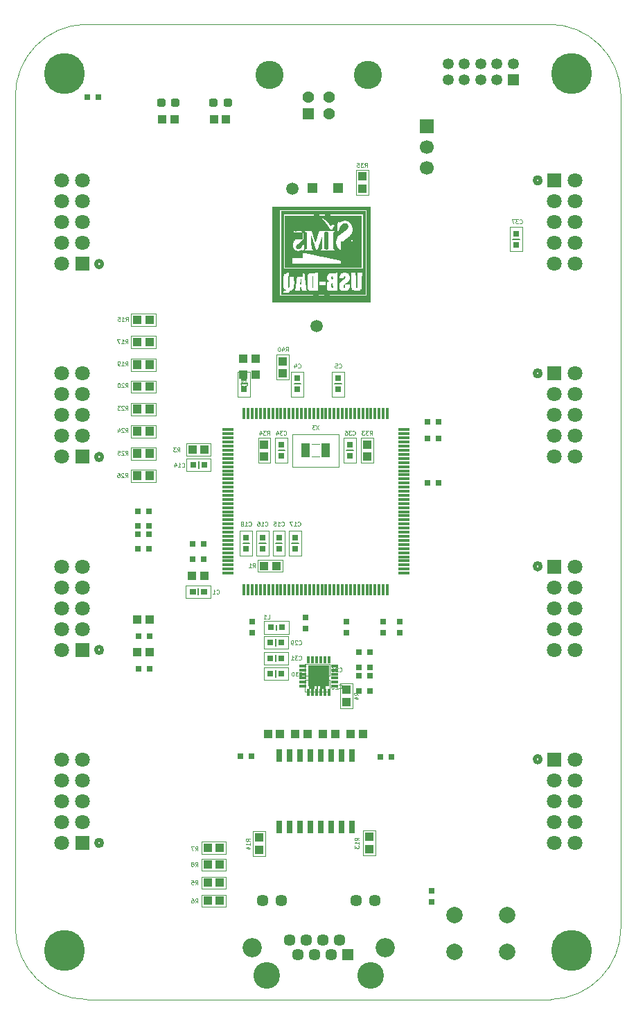
<source format=gbr>
%TF.GenerationSoftware,KiCad,Pcbnew,9.0.6*%
%TF.CreationDate,2025-12-23T15:44:35+05:30*%
%TF.ProjectId,SimsBharath_DAQ,53696d73-4268-4617-9261-74685f444151,rev?*%
%TF.SameCoordinates,Original*%
%TF.FileFunction,Legend,Bot*%
%TF.FilePolarity,Positive*%
%FSLAX46Y46*%
G04 Gerber Fmt 4.6, Leading zero omitted, Abs format (unit mm)*
G04 Created by KiCad (PCBNEW 9.0.6) date 2025-12-23 15:44:35*
%MOMM*%
%LPD*%
G01*
G04 APERTURE LIST*
G04 Aperture macros list*
%AMRoundRect*
0 Rectangle with rounded corners*
0 $1 Rounding radius*
0 $2 $3 $4 $5 $6 $7 $8 $9 X,Y pos of 4 corners*
0 Add a 4 corners polygon primitive as box body*
4,1,4,$2,$3,$4,$5,$6,$7,$8,$9,$2,$3,0*
0 Add four circle primitives for the rounded corners*
1,1,$1+$1,$2,$3*
1,1,$1+$1,$4,$5*
1,1,$1+$1,$6,$7*
1,1,$1+$1,$8,$9*
0 Add four rect primitives between the rounded corners*
20,1,$1+$1,$2,$3,$4,$5,0*
20,1,$1+$1,$4,$5,$6,$7,0*
20,1,$1+$1,$6,$7,$8,$9,0*
20,1,$1+$1,$8,$9,$2,$3,0*%
G04 Aperture macros list end*
%ADD10C,0.100000*%
%ADD11C,0.125000*%
%ADD12C,0.508000*%
%ADD13C,0.000000*%
%ADD14C,0.200000*%
%ADD15R,1.000000X1.000000*%
%ADD16R,1.701800X1.701800*%
%ADD17C,1.800000*%
%ADD18C,3.500000*%
%ADD19C,5.000000*%
%ADD20R,1.700000X1.700000*%
%ADD21C,1.700000*%
%ADD22C,2.000000*%
%ADD23R,1.431000X1.431000*%
%ADD24C,1.431000*%
%ADD25C,3.450000*%
%ADD26C,3.250000*%
%ADD27R,1.446000X1.446000*%
%ADD28C,1.446000*%
%ADD29C,2.355000*%
%ADD30R,1.350000X1.350000*%
%ADD31C,1.350000*%
%ADD32R,0.650000X0.700000*%
%ADD33R,0.700000X0.650000*%
%ADD34R,1.000000X1.800000*%
%ADD35R,0.750000X0.700000*%
%ADD36R,0.850000X0.300000*%
%ADD37R,0.300000X0.850000*%
%ADD38R,2.600000X2.600000*%
%ADD39R,1.475000X0.300000*%
%ADD40R,0.300000X1.475000*%
%ADD41C,1.500000*%
%ADD42R,1.200000X1.220000*%
%ADD43R,1.750000X0.950000*%
%ADD44R,1.750000X3.250000*%
%ADD45RoundRect,0.237500X-0.287500X-0.237500X0.287500X-0.237500X0.287500X0.237500X-0.287500X0.237500X0*%
%ADD46R,0.800000X1.645000*%
%TA.AperFunction,Profile*%
%ADD47C,0.050000*%
%TD*%
G04 APERTURE END LIST*
D10*
X127021428Y-77436109D02*
X127188094Y-77198014D01*
X127307142Y-77436109D02*
X127307142Y-76936109D01*
X127307142Y-76936109D02*
X127116666Y-76936109D01*
X127116666Y-76936109D02*
X127069047Y-76959919D01*
X127069047Y-76959919D02*
X127045237Y-76983728D01*
X127045237Y-76983728D02*
X127021428Y-77031347D01*
X127021428Y-77031347D02*
X127021428Y-77102776D01*
X127021428Y-77102776D02*
X127045237Y-77150395D01*
X127045237Y-77150395D02*
X127069047Y-77174204D01*
X127069047Y-77174204D02*
X127116666Y-77198014D01*
X127116666Y-77198014D02*
X127307142Y-77198014D01*
X126592856Y-77102776D02*
X126592856Y-77436109D01*
X126711904Y-76912300D02*
X126830951Y-77269442D01*
X126830951Y-77269442D02*
X126521428Y-77269442D01*
X126235714Y-76936109D02*
X126188095Y-76936109D01*
X126188095Y-76936109D02*
X126140476Y-76959919D01*
X126140476Y-76959919D02*
X126116666Y-76983728D01*
X126116666Y-76983728D02*
X126092857Y-77031347D01*
X126092857Y-77031347D02*
X126069047Y-77126585D01*
X126069047Y-77126585D02*
X126069047Y-77245633D01*
X126069047Y-77245633D02*
X126092857Y-77340871D01*
X126092857Y-77340871D02*
X126116666Y-77388490D01*
X126116666Y-77388490D02*
X126140476Y-77412300D01*
X126140476Y-77412300D02*
X126188095Y-77436109D01*
X126188095Y-77436109D02*
X126235714Y-77436109D01*
X126235714Y-77436109D02*
X126283333Y-77412300D01*
X126283333Y-77412300D02*
X126307142Y-77388490D01*
X126307142Y-77388490D02*
X126330952Y-77340871D01*
X126330952Y-77340871D02*
X126354761Y-77245633D01*
X126354761Y-77245633D02*
X126354761Y-77126585D01*
X126354761Y-77126585D02*
X126330952Y-77031347D01*
X126330952Y-77031347D02*
X126307142Y-76983728D01*
X126307142Y-76983728D02*
X126283333Y-76959919D01*
X126283333Y-76959919D02*
X126235714Y-76936109D01*
X128624761Y-113176490D02*
X128648570Y-113200300D01*
X128648570Y-113200300D02*
X128719999Y-113224109D01*
X128719999Y-113224109D02*
X128767618Y-113224109D01*
X128767618Y-113224109D02*
X128839046Y-113200300D01*
X128839046Y-113200300D02*
X128886665Y-113152680D01*
X128886665Y-113152680D02*
X128910475Y-113105061D01*
X128910475Y-113105061D02*
X128934284Y-113009823D01*
X128934284Y-113009823D02*
X128934284Y-112938395D01*
X128934284Y-112938395D02*
X128910475Y-112843157D01*
X128910475Y-112843157D02*
X128886665Y-112795538D01*
X128886665Y-112795538D02*
X128839046Y-112747919D01*
X128839046Y-112747919D02*
X128767618Y-112724109D01*
X128767618Y-112724109D02*
X128719999Y-112724109D01*
X128719999Y-112724109D02*
X128648570Y-112747919D01*
X128648570Y-112747919D02*
X128624761Y-112771728D01*
X128434284Y-112771728D02*
X128410475Y-112747919D01*
X128410475Y-112747919D02*
X128362856Y-112724109D01*
X128362856Y-112724109D02*
X128243808Y-112724109D01*
X128243808Y-112724109D02*
X128196189Y-112747919D01*
X128196189Y-112747919D02*
X128172380Y-112771728D01*
X128172380Y-112771728D02*
X128148570Y-112819347D01*
X128148570Y-112819347D02*
X128148570Y-112866966D01*
X128148570Y-112866966D02*
X128172380Y-112938395D01*
X128172380Y-112938395D02*
X128458094Y-113224109D01*
X128458094Y-113224109D02*
X128148570Y-113224109D01*
X127910475Y-113224109D02*
X127815237Y-113224109D01*
X127815237Y-113224109D02*
X127767618Y-113200300D01*
X127767618Y-113200300D02*
X127743809Y-113176490D01*
X127743809Y-113176490D02*
X127696190Y-113105061D01*
X127696190Y-113105061D02*
X127672380Y-113009823D01*
X127672380Y-113009823D02*
X127672380Y-112819347D01*
X127672380Y-112819347D02*
X127696190Y-112771728D01*
X127696190Y-112771728D02*
X127719999Y-112747919D01*
X127719999Y-112747919D02*
X127767618Y-112724109D01*
X127767618Y-112724109D02*
X127862856Y-112724109D01*
X127862856Y-112724109D02*
X127910475Y-112747919D01*
X127910475Y-112747919D02*
X127934285Y-112771728D01*
X127934285Y-112771728D02*
X127958094Y-112819347D01*
X127958094Y-112819347D02*
X127958094Y-112938395D01*
X127958094Y-112938395D02*
X127934285Y-112986014D01*
X127934285Y-112986014D02*
X127910475Y-113009823D01*
X127910475Y-113009823D02*
X127862856Y-113033633D01*
X127862856Y-113033633D02*
X127767618Y-113033633D01*
X127767618Y-113033633D02*
X127719999Y-113009823D01*
X127719999Y-113009823D02*
X127696190Y-112986014D01*
X127696190Y-112986014D02*
X127672380Y-112938395D01*
X126511428Y-98686490D02*
X126535237Y-98710300D01*
X126535237Y-98710300D02*
X126606666Y-98734109D01*
X126606666Y-98734109D02*
X126654285Y-98734109D01*
X126654285Y-98734109D02*
X126725713Y-98710300D01*
X126725713Y-98710300D02*
X126773332Y-98662680D01*
X126773332Y-98662680D02*
X126797142Y-98615061D01*
X126797142Y-98615061D02*
X126820951Y-98519823D01*
X126820951Y-98519823D02*
X126820951Y-98448395D01*
X126820951Y-98448395D02*
X126797142Y-98353157D01*
X126797142Y-98353157D02*
X126773332Y-98305538D01*
X126773332Y-98305538D02*
X126725713Y-98257919D01*
X126725713Y-98257919D02*
X126654285Y-98234109D01*
X126654285Y-98234109D02*
X126606666Y-98234109D01*
X126606666Y-98234109D02*
X126535237Y-98257919D01*
X126535237Y-98257919D02*
X126511428Y-98281728D01*
X126035237Y-98734109D02*
X126320951Y-98734109D01*
X126178094Y-98734109D02*
X126178094Y-98234109D01*
X126178094Y-98234109D02*
X126225713Y-98305538D01*
X126225713Y-98305538D02*
X126273332Y-98353157D01*
X126273332Y-98353157D02*
X126320951Y-98376966D01*
X125582857Y-98234109D02*
X125820952Y-98234109D01*
X125820952Y-98234109D02*
X125844761Y-98472204D01*
X125844761Y-98472204D02*
X125820952Y-98448395D01*
X125820952Y-98448395D02*
X125773333Y-98424585D01*
X125773333Y-98424585D02*
X125654285Y-98424585D01*
X125654285Y-98424585D02*
X125606666Y-98448395D01*
X125606666Y-98448395D02*
X125582857Y-98472204D01*
X125582857Y-98472204D02*
X125559047Y-98519823D01*
X125559047Y-98519823D02*
X125559047Y-98638871D01*
X125559047Y-98638871D02*
X125582857Y-98686490D01*
X125582857Y-98686490D02*
X125606666Y-98710300D01*
X125606666Y-98710300D02*
X125654285Y-98734109D01*
X125654285Y-98734109D02*
X125773333Y-98734109D01*
X125773333Y-98734109D02*
X125820952Y-98710300D01*
X125820952Y-98710300D02*
X125844761Y-98686490D01*
X122511428Y-98686490D02*
X122535237Y-98710300D01*
X122535237Y-98710300D02*
X122606666Y-98734109D01*
X122606666Y-98734109D02*
X122654285Y-98734109D01*
X122654285Y-98734109D02*
X122725713Y-98710300D01*
X122725713Y-98710300D02*
X122773332Y-98662680D01*
X122773332Y-98662680D02*
X122797142Y-98615061D01*
X122797142Y-98615061D02*
X122820951Y-98519823D01*
X122820951Y-98519823D02*
X122820951Y-98448395D01*
X122820951Y-98448395D02*
X122797142Y-98353157D01*
X122797142Y-98353157D02*
X122773332Y-98305538D01*
X122773332Y-98305538D02*
X122725713Y-98257919D01*
X122725713Y-98257919D02*
X122654285Y-98234109D01*
X122654285Y-98234109D02*
X122606666Y-98234109D01*
X122606666Y-98234109D02*
X122535237Y-98257919D01*
X122535237Y-98257919D02*
X122511428Y-98281728D01*
X122035237Y-98734109D02*
X122320951Y-98734109D01*
X122178094Y-98734109D02*
X122178094Y-98234109D01*
X122178094Y-98234109D02*
X122225713Y-98305538D01*
X122225713Y-98305538D02*
X122273332Y-98353157D01*
X122273332Y-98353157D02*
X122320951Y-98376966D01*
X121749523Y-98448395D02*
X121797142Y-98424585D01*
X121797142Y-98424585D02*
X121820952Y-98400776D01*
X121820952Y-98400776D02*
X121844761Y-98353157D01*
X121844761Y-98353157D02*
X121844761Y-98329347D01*
X121844761Y-98329347D02*
X121820952Y-98281728D01*
X121820952Y-98281728D02*
X121797142Y-98257919D01*
X121797142Y-98257919D02*
X121749523Y-98234109D01*
X121749523Y-98234109D02*
X121654285Y-98234109D01*
X121654285Y-98234109D02*
X121606666Y-98257919D01*
X121606666Y-98257919D02*
X121582857Y-98281728D01*
X121582857Y-98281728D02*
X121559047Y-98329347D01*
X121559047Y-98329347D02*
X121559047Y-98353157D01*
X121559047Y-98353157D02*
X121582857Y-98400776D01*
X121582857Y-98400776D02*
X121606666Y-98424585D01*
X121606666Y-98424585D02*
X121654285Y-98448395D01*
X121654285Y-98448395D02*
X121749523Y-98448395D01*
X121749523Y-98448395D02*
X121797142Y-98472204D01*
X121797142Y-98472204D02*
X121820952Y-98496014D01*
X121820952Y-98496014D02*
X121844761Y-98543633D01*
X121844761Y-98543633D02*
X121844761Y-98638871D01*
X121844761Y-98638871D02*
X121820952Y-98686490D01*
X121820952Y-98686490D02*
X121797142Y-98710300D01*
X121797142Y-98710300D02*
X121749523Y-98734109D01*
X121749523Y-98734109D02*
X121654285Y-98734109D01*
X121654285Y-98734109D02*
X121606666Y-98710300D01*
X121606666Y-98710300D02*
X121582857Y-98686490D01*
X121582857Y-98686490D02*
X121559047Y-98638871D01*
X121559047Y-98638871D02*
X121559047Y-98543633D01*
X121559047Y-98543633D02*
X121582857Y-98496014D01*
X121582857Y-98496014D02*
X121606666Y-98472204D01*
X121606666Y-98472204D02*
X121654285Y-98448395D01*
X123003333Y-103804109D02*
X123169999Y-103566014D01*
X123289047Y-103804109D02*
X123289047Y-103304109D01*
X123289047Y-103304109D02*
X123098571Y-103304109D01*
X123098571Y-103304109D02*
X123050952Y-103327919D01*
X123050952Y-103327919D02*
X123027142Y-103351728D01*
X123027142Y-103351728D02*
X123003333Y-103399347D01*
X123003333Y-103399347D02*
X123003333Y-103470776D01*
X123003333Y-103470776D02*
X123027142Y-103518395D01*
X123027142Y-103518395D02*
X123050952Y-103542204D01*
X123050952Y-103542204D02*
X123098571Y-103566014D01*
X123098571Y-103566014D02*
X123289047Y-103566014D01*
X122527142Y-103804109D02*
X122812856Y-103804109D01*
X122669999Y-103804109D02*
X122669999Y-103304109D01*
X122669999Y-103304109D02*
X122717618Y-103375538D01*
X122717618Y-103375538D02*
X122765237Y-103423157D01*
X122765237Y-103423157D02*
X122812856Y-103446966D01*
X115963333Y-144744109D02*
X116129999Y-144506014D01*
X116249047Y-144744109D02*
X116249047Y-144244109D01*
X116249047Y-144244109D02*
X116058571Y-144244109D01*
X116058571Y-144244109D02*
X116010952Y-144267919D01*
X116010952Y-144267919D02*
X115987142Y-144291728D01*
X115987142Y-144291728D02*
X115963333Y-144339347D01*
X115963333Y-144339347D02*
X115963333Y-144410776D01*
X115963333Y-144410776D02*
X115987142Y-144458395D01*
X115987142Y-144458395D02*
X116010952Y-144482204D01*
X116010952Y-144482204D02*
X116058571Y-144506014D01*
X116058571Y-144506014D02*
X116249047Y-144506014D01*
X115534761Y-144244109D02*
X115629999Y-144244109D01*
X115629999Y-144244109D02*
X115677618Y-144267919D01*
X115677618Y-144267919D02*
X115701428Y-144291728D01*
X115701428Y-144291728D02*
X115749047Y-144363157D01*
X115749047Y-144363157D02*
X115772856Y-144458395D01*
X115772856Y-144458395D02*
X115772856Y-144648871D01*
X115772856Y-144648871D02*
X115749047Y-144696490D01*
X115749047Y-144696490D02*
X115725237Y-144720300D01*
X115725237Y-144720300D02*
X115677618Y-144744109D01*
X115677618Y-144744109D02*
X115582380Y-144744109D01*
X115582380Y-144744109D02*
X115534761Y-144720300D01*
X115534761Y-144720300D02*
X115510952Y-144696490D01*
X115510952Y-144696490D02*
X115487142Y-144648871D01*
X115487142Y-144648871D02*
X115487142Y-144529823D01*
X115487142Y-144529823D02*
X115510952Y-144482204D01*
X115510952Y-144482204D02*
X115534761Y-144458395D01*
X115534761Y-144458395D02*
X115582380Y-144434585D01*
X115582380Y-144434585D02*
X115677618Y-144434585D01*
X115677618Y-144434585D02*
X115725237Y-144458395D01*
X115725237Y-144458395D02*
X115749047Y-144482204D01*
X115749047Y-144482204D02*
X115772856Y-144529823D01*
D11*
X124511428Y-98685190D02*
X124535237Y-98709000D01*
X124535237Y-98709000D02*
X124606666Y-98732809D01*
X124606666Y-98732809D02*
X124654285Y-98732809D01*
X124654285Y-98732809D02*
X124725713Y-98709000D01*
X124725713Y-98709000D02*
X124773332Y-98661380D01*
X124773332Y-98661380D02*
X124797142Y-98613761D01*
X124797142Y-98613761D02*
X124820951Y-98518523D01*
X124820951Y-98518523D02*
X124820951Y-98447095D01*
X124820951Y-98447095D02*
X124797142Y-98351857D01*
X124797142Y-98351857D02*
X124773332Y-98304238D01*
X124773332Y-98304238D02*
X124725713Y-98256619D01*
X124725713Y-98256619D02*
X124654285Y-98232809D01*
X124654285Y-98232809D02*
X124606666Y-98232809D01*
X124606666Y-98232809D02*
X124535237Y-98256619D01*
X124535237Y-98256619D02*
X124511428Y-98280428D01*
X124035237Y-98732809D02*
X124320951Y-98732809D01*
X124178094Y-98732809D02*
X124178094Y-98232809D01*
X124178094Y-98232809D02*
X124225713Y-98304238D01*
X124225713Y-98304238D02*
X124273332Y-98351857D01*
X124273332Y-98351857D02*
X124320951Y-98375666D01*
X123606666Y-98232809D02*
X123701904Y-98232809D01*
X123701904Y-98232809D02*
X123749523Y-98256619D01*
X123749523Y-98256619D02*
X123773333Y-98280428D01*
X123773333Y-98280428D02*
X123820952Y-98351857D01*
X123820952Y-98351857D02*
X123844761Y-98447095D01*
X123844761Y-98447095D02*
X123844761Y-98637571D01*
X123844761Y-98637571D02*
X123820952Y-98685190D01*
X123820952Y-98685190D02*
X123797142Y-98709000D01*
X123797142Y-98709000D02*
X123749523Y-98732809D01*
X123749523Y-98732809D02*
X123654285Y-98732809D01*
X123654285Y-98732809D02*
X123606666Y-98709000D01*
X123606666Y-98709000D02*
X123582857Y-98685190D01*
X123582857Y-98685190D02*
X123559047Y-98637571D01*
X123559047Y-98637571D02*
X123559047Y-98518523D01*
X123559047Y-98518523D02*
X123582857Y-98470904D01*
X123582857Y-98470904D02*
X123606666Y-98447095D01*
X123606666Y-98447095D02*
X123654285Y-98423285D01*
X123654285Y-98423285D02*
X123749523Y-98423285D01*
X123749523Y-98423285D02*
X123797142Y-98447095D01*
X123797142Y-98447095D02*
X123820952Y-98470904D01*
X123820952Y-98470904D02*
X123844761Y-98518523D01*
D10*
X107442293Y-81839252D02*
X107608959Y-81601157D01*
X107728007Y-81839252D02*
X107728007Y-81339252D01*
X107728007Y-81339252D02*
X107537531Y-81339252D01*
X107537531Y-81339252D02*
X107489912Y-81363062D01*
X107489912Y-81363062D02*
X107466102Y-81386871D01*
X107466102Y-81386871D02*
X107442293Y-81434490D01*
X107442293Y-81434490D02*
X107442293Y-81505919D01*
X107442293Y-81505919D02*
X107466102Y-81553538D01*
X107466102Y-81553538D02*
X107489912Y-81577347D01*
X107489912Y-81577347D02*
X107537531Y-81601157D01*
X107537531Y-81601157D02*
X107728007Y-81601157D01*
X107251816Y-81386871D02*
X107228007Y-81363062D01*
X107228007Y-81363062D02*
X107180388Y-81339252D01*
X107180388Y-81339252D02*
X107061340Y-81339252D01*
X107061340Y-81339252D02*
X107013721Y-81363062D01*
X107013721Y-81363062D02*
X106989912Y-81386871D01*
X106989912Y-81386871D02*
X106966102Y-81434490D01*
X106966102Y-81434490D02*
X106966102Y-81482109D01*
X106966102Y-81482109D02*
X106989912Y-81553538D01*
X106989912Y-81553538D02*
X107275626Y-81839252D01*
X107275626Y-81839252D02*
X106966102Y-81839252D01*
X106656579Y-81339252D02*
X106608960Y-81339252D01*
X106608960Y-81339252D02*
X106561341Y-81363062D01*
X106561341Y-81363062D02*
X106537531Y-81386871D01*
X106537531Y-81386871D02*
X106513722Y-81434490D01*
X106513722Y-81434490D02*
X106489912Y-81529728D01*
X106489912Y-81529728D02*
X106489912Y-81648776D01*
X106489912Y-81648776D02*
X106513722Y-81744014D01*
X106513722Y-81744014D02*
X106537531Y-81791633D01*
X106537531Y-81791633D02*
X106561341Y-81815443D01*
X106561341Y-81815443D02*
X106608960Y-81839252D01*
X106608960Y-81839252D02*
X106656579Y-81839252D01*
X106656579Y-81839252D02*
X106704198Y-81815443D01*
X106704198Y-81815443D02*
X106728007Y-81791633D01*
X106728007Y-81791633D02*
X106751817Y-81744014D01*
X106751817Y-81744014D02*
X106775626Y-81648776D01*
X106775626Y-81648776D02*
X106775626Y-81529728D01*
X106775626Y-81529728D02*
X106751817Y-81434490D01*
X106751817Y-81434490D02*
X106728007Y-81386871D01*
X106728007Y-81386871D02*
X106704198Y-81363062D01*
X106704198Y-81363062D02*
X106656579Y-81339252D01*
X122010833Y-81608990D02*
X122034642Y-81632800D01*
X122034642Y-81632800D02*
X122106071Y-81656609D01*
X122106071Y-81656609D02*
X122153690Y-81656609D01*
X122153690Y-81656609D02*
X122225118Y-81632800D01*
X122225118Y-81632800D02*
X122272737Y-81585180D01*
X122272737Y-81585180D02*
X122296547Y-81537561D01*
X122296547Y-81537561D02*
X122320356Y-81442323D01*
X122320356Y-81442323D02*
X122320356Y-81370895D01*
X122320356Y-81370895D02*
X122296547Y-81275657D01*
X122296547Y-81275657D02*
X122272737Y-81228038D01*
X122272737Y-81228038D02*
X122225118Y-81180419D01*
X122225118Y-81180419D02*
X122153690Y-81156609D01*
X122153690Y-81156609D02*
X122106071Y-81156609D01*
X122106071Y-81156609D02*
X122034642Y-81180419D01*
X122034642Y-81180419D02*
X122010833Y-81204228D01*
X121844166Y-81156609D02*
X121534642Y-81156609D01*
X121534642Y-81156609D02*
X121701309Y-81347085D01*
X121701309Y-81347085D02*
X121629880Y-81347085D01*
X121629880Y-81347085D02*
X121582261Y-81370895D01*
X121582261Y-81370895D02*
X121558452Y-81394704D01*
X121558452Y-81394704D02*
X121534642Y-81442323D01*
X121534642Y-81442323D02*
X121534642Y-81561371D01*
X121534642Y-81561371D02*
X121558452Y-81608990D01*
X121558452Y-81608990D02*
X121582261Y-81632800D01*
X121582261Y-81632800D02*
X121629880Y-81656609D01*
X121629880Y-81656609D02*
X121772737Y-81656609D01*
X121772737Y-81656609D02*
X121820356Y-81632800D01*
X121820356Y-81632800D02*
X121844166Y-81608990D01*
X128533333Y-79416490D02*
X128557142Y-79440300D01*
X128557142Y-79440300D02*
X128628571Y-79464109D01*
X128628571Y-79464109D02*
X128676190Y-79464109D01*
X128676190Y-79464109D02*
X128747618Y-79440300D01*
X128747618Y-79440300D02*
X128795237Y-79392680D01*
X128795237Y-79392680D02*
X128819047Y-79345061D01*
X128819047Y-79345061D02*
X128842856Y-79249823D01*
X128842856Y-79249823D02*
X128842856Y-79178395D01*
X128842856Y-79178395D02*
X128819047Y-79083157D01*
X128819047Y-79083157D02*
X128795237Y-79035538D01*
X128795237Y-79035538D02*
X128747618Y-78987919D01*
X128747618Y-78987919D02*
X128676190Y-78964109D01*
X128676190Y-78964109D02*
X128628571Y-78964109D01*
X128628571Y-78964109D02*
X128557142Y-78987919D01*
X128557142Y-78987919D02*
X128533333Y-79011728D01*
X128104761Y-79130776D02*
X128104761Y-79464109D01*
X128223809Y-78940300D02*
X128342856Y-79297442D01*
X128342856Y-79297442D02*
X128033333Y-79297442D01*
X137286428Y-87644109D02*
X137453094Y-87406014D01*
X137572142Y-87644109D02*
X137572142Y-87144109D01*
X137572142Y-87144109D02*
X137381666Y-87144109D01*
X137381666Y-87144109D02*
X137334047Y-87167919D01*
X137334047Y-87167919D02*
X137310237Y-87191728D01*
X137310237Y-87191728D02*
X137286428Y-87239347D01*
X137286428Y-87239347D02*
X137286428Y-87310776D01*
X137286428Y-87310776D02*
X137310237Y-87358395D01*
X137310237Y-87358395D02*
X137334047Y-87382204D01*
X137334047Y-87382204D02*
X137381666Y-87406014D01*
X137381666Y-87406014D02*
X137572142Y-87406014D01*
X137119761Y-87144109D02*
X136810237Y-87144109D01*
X136810237Y-87144109D02*
X136976904Y-87334585D01*
X136976904Y-87334585D02*
X136905475Y-87334585D01*
X136905475Y-87334585D02*
X136857856Y-87358395D01*
X136857856Y-87358395D02*
X136834047Y-87382204D01*
X136834047Y-87382204D02*
X136810237Y-87429823D01*
X136810237Y-87429823D02*
X136810237Y-87548871D01*
X136810237Y-87548871D02*
X136834047Y-87596490D01*
X136834047Y-87596490D02*
X136857856Y-87620300D01*
X136857856Y-87620300D02*
X136905475Y-87644109D01*
X136905475Y-87644109D02*
X137048332Y-87644109D01*
X137048332Y-87644109D02*
X137095951Y-87620300D01*
X137095951Y-87620300D02*
X137119761Y-87596490D01*
X136643571Y-87144109D02*
X136334047Y-87144109D01*
X136334047Y-87144109D02*
X136500714Y-87334585D01*
X136500714Y-87334585D02*
X136429285Y-87334585D01*
X136429285Y-87334585D02*
X136381666Y-87358395D01*
X136381666Y-87358395D02*
X136357857Y-87382204D01*
X136357857Y-87382204D02*
X136334047Y-87429823D01*
X136334047Y-87429823D02*
X136334047Y-87548871D01*
X136334047Y-87548871D02*
X136357857Y-87596490D01*
X136357857Y-87596490D02*
X136381666Y-87620300D01*
X136381666Y-87620300D02*
X136429285Y-87644109D01*
X136429285Y-87644109D02*
X136572142Y-87644109D01*
X136572142Y-87644109D02*
X136619761Y-87620300D01*
X136619761Y-87620300D02*
X136643571Y-87596490D01*
X107452293Y-73748895D02*
X107618959Y-73510800D01*
X107738007Y-73748895D02*
X107738007Y-73248895D01*
X107738007Y-73248895D02*
X107547531Y-73248895D01*
X107547531Y-73248895D02*
X107499912Y-73272705D01*
X107499912Y-73272705D02*
X107476102Y-73296514D01*
X107476102Y-73296514D02*
X107452293Y-73344133D01*
X107452293Y-73344133D02*
X107452293Y-73415562D01*
X107452293Y-73415562D02*
X107476102Y-73463181D01*
X107476102Y-73463181D02*
X107499912Y-73486990D01*
X107499912Y-73486990D02*
X107547531Y-73510800D01*
X107547531Y-73510800D02*
X107738007Y-73510800D01*
X106976102Y-73748895D02*
X107261816Y-73748895D01*
X107118959Y-73748895D02*
X107118959Y-73248895D01*
X107118959Y-73248895D02*
X107166578Y-73320324D01*
X107166578Y-73320324D02*
X107214197Y-73367943D01*
X107214197Y-73367943D02*
X107261816Y-73391752D01*
X106523722Y-73248895D02*
X106761817Y-73248895D01*
X106761817Y-73248895D02*
X106785626Y-73486990D01*
X106785626Y-73486990D02*
X106761817Y-73463181D01*
X106761817Y-73463181D02*
X106714198Y-73439371D01*
X106714198Y-73439371D02*
X106595150Y-73439371D01*
X106595150Y-73439371D02*
X106547531Y-73463181D01*
X106547531Y-73463181D02*
X106523722Y-73486990D01*
X106523722Y-73486990D02*
X106499912Y-73534609D01*
X106499912Y-73534609D02*
X106499912Y-73653657D01*
X106499912Y-73653657D02*
X106523722Y-73701276D01*
X106523722Y-73701276D02*
X106547531Y-73725086D01*
X106547531Y-73725086D02*
X106595150Y-73748895D01*
X106595150Y-73748895D02*
X106714198Y-73748895D01*
X106714198Y-73748895D02*
X106761817Y-73725086D01*
X106761817Y-73725086D02*
X106785626Y-73701276D01*
X122656109Y-137236571D02*
X122418014Y-137069905D01*
X122656109Y-136950857D02*
X122156109Y-136950857D01*
X122156109Y-136950857D02*
X122156109Y-137141333D01*
X122156109Y-137141333D02*
X122179919Y-137188952D01*
X122179919Y-137188952D02*
X122203728Y-137212762D01*
X122203728Y-137212762D02*
X122251347Y-137236571D01*
X122251347Y-137236571D02*
X122322776Y-137236571D01*
X122322776Y-137236571D02*
X122370395Y-137212762D01*
X122370395Y-137212762D02*
X122394204Y-137188952D01*
X122394204Y-137188952D02*
X122418014Y-137141333D01*
X122418014Y-137141333D02*
X122418014Y-136950857D01*
X122656109Y-137712762D02*
X122656109Y-137427048D01*
X122656109Y-137569905D02*
X122156109Y-137569905D01*
X122156109Y-137569905D02*
X122227538Y-137522286D01*
X122227538Y-137522286D02*
X122275157Y-137474667D01*
X122275157Y-137474667D02*
X122298966Y-137427048D01*
X122322776Y-138141333D02*
X122656109Y-138141333D01*
X122132300Y-138022285D02*
X122489442Y-137903238D01*
X122489442Y-137903238D02*
X122489442Y-138212761D01*
X135200178Y-87598990D02*
X135223987Y-87622800D01*
X135223987Y-87622800D02*
X135295416Y-87646609D01*
X135295416Y-87646609D02*
X135343035Y-87646609D01*
X135343035Y-87646609D02*
X135414463Y-87622800D01*
X135414463Y-87622800D02*
X135462082Y-87575180D01*
X135462082Y-87575180D02*
X135485892Y-87527561D01*
X135485892Y-87527561D02*
X135509701Y-87432323D01*
X135509701Y-87432323D02*
X135509701Y-87360895D01*
X135509701Y-87360895D02*
X135485892Y-87265657D01*
X135485892Y-87265657D02*
X135462082Y-87218038D01*
X135462082Y-87218038D02*
X135414463Y-87170419D01*
X135414463Y-87170419D02*
X135343035Y-87146609D01*
X135343035Y-87146609D02*
X135295416Y-87146609D01*
X135295416Y-87146609D02*
X135223987Y-87170419D01*
X135223987Y-87170419D02*
X135200178Y-87194228D01*
X135033511Y-87146609D02*
X134723987Y-87146609D01*
X134723987Y-87146609D02*
X134890654Y-87337085D01*
X134890654Y-87337085D02*
X134819225Y-87337085D01*
X134819225Y-87337085D02*
X134771606Y-87360895D01*
X134771606Y-87360895D02*
X134747797Y-87384704D01*
X134747797Y-87384704D02*
X134723987Y-87432323D01*
X134723987Y-87432323D02*
X134723987Y-87551371D01*
X134723987Y-87551371D02*
X134747797Y-87598990D01*
X134747797Y-87598990D02*
X134771606Y-87622800D01*
X134771606Y-87622800D02*
X134819225Y-87646609D01*
X134819225Y-87646609D02*
X134962082Y-87646609D01*
X134962082Y-87646609D02*
X135009701Y-87622800D01*
X135009701Y-87622800D02*
X135033511Y-87598990D01*
X134295416Y-87146609D02*
X134390654Y-87146609D01*
X134390654Y-87146609D02*
X134438273Y-87170419D01*
X134438273Y-87170419D02*
X134462083Y-87194228D01*
X134462083Y-87194228D02*
X134509702Y-87265657D01*
X134509702Y-87265657D02*
X134533511Y-87360895D01*
X134533511Y-87360895D02*
X134533511Y-87551371D01*
X134533511Y-87551371D02*
X134509702Y-87598990D01*
X134509702Y-87598990D02*
X134485892Y-87622800D01*
X134485892Y-87622800D02*
X134438273Y-87646609D01*
X134438273Y-87646609D02*
X134343035Y-87646609D01*
X134343035Y-87646609D02*
X134295416Y-87622800D01*
X134295416Y-87622800D02*
X134271607Y-87598990D01*
X134271607Y-87598990D02*
X134247797Y-87551371D01*
X134247797Y-87551371D02*
X134247797Y-87432323D01*
X134247797Y-87432323D02*
X134271607Y-87384704D01*
X134271607Y-87384704D02*
X134295416Y-87360895D01*
X134295416Y-87360895D02*
X134343035Y-87337085D01*
X134343035Y-87337085D02*
X134438273Y-87337085D01*
X134438273Y-87337085D02*
X134485892Y-87360895D01*
X134485892Y-87360895D02*
X134509702Y-87384704D01*
X134509702Y-87384704D02*
X134533511Y-87432323D01*
X128634761Y-115048990D02*
X128658570Y-115072800D01*
X128658570Y-115072800D02*
X128729999Y-115096609D01*
X128729999Y-115096609D02*
X128777618Y-115096609D01*
X128777618Y-115096609D02*
X128849046Y-115072800D01*
X128849046Y-115072800D02*
X128896665Y-115025180D01*
X128896665Y-115025180D02*
X128920475Y-114977561D01*
X128920475Y-114977561D02*
X128944284Y-114882323D01*
X128944284Y-114882323D02*
X128944284Y-114810895D01*
X128944284Y-114810895D02*
X128920475Y-114715657D01*
X128920475Y-114715657D02*
X128896665Y-114668038D01*
X128896665Y-114668038D02*
X128849046Y-114620419D01*
X128849046Y-114620419D02*
X128777618Y-114596609D01*
X128777618Y-114596609D02*
X128729999Y-114596609D01*
X128729999Y-114596609D02*
X128658570Y-114620419D01*
X128658570Y-114620419D02*
X128634761Y-114644228D01*
X128468094Y-114596609D02*
X128158570Y-114596609D01*
X128158570Y-114596609D02*
X128325237Y-114787085D01*
X128325237Y-114787085D02*
X128253808Y-114787085D01*
X128253808Y-114787085D02*
X128206189Y-114810895D01*
X128206189Y-114810895D02*
X128182380Y-114834704D01*
X128182380Y-114834704D02*
X128158570Y-114882323D01*
X128158570Y-114882323D02*
X128158570Y-115001371D01*
X128158570Y-115001371D02*
X128182380Y-115048990D01*
X128182380Y-115048990D02*
X128206189Y-115072800D01*
X128206189Y-115072800D02*
X128253808Y-115096609D01*
X128253808Y-115096609D02*
X128396665Y-115096609D01*
X128396665Y-115096609D02*
X128444284Y-115072800D01*
X128444284Y-115072800D02*
X128468094Y-115048990D01*
X127682380Y-115096609D02*
X127968094Y-115096609D01*
X127825237Y-115096609D02*
X127825237Y-114596609D01*
X127825237Y-114596609D02*
X127872856Y-114668038D01*
X127872856Y-114668038D02*
X127920475Y-114715657D01*
X127920475Y-114715657D02*
X127968094Y-114739466D01*
X124774166Y-110084109D02*
X125012261Y-110084109D01*
X125012261Y-110084109D02*
X125012261Y-109584109D01*
X124345594Y-110084109D02*
X124631308Y-110084109D01*
X124488451Y-110084109D02*
X124488451Y-109584109D01*
X124488451Y-109584109D02*
X124536070Y-109655538D01*
X124536070Y-109655538D02*
X124583689Y-109703157D01*
X124583689Y-109703157D02*
X124631308Y-109726966D01*
X107404793Y-92806395D02*
X107571459Y-92568300D01*
X107690507Y-92806395D02*
X107690507Y-92306395D01*
X107690507Y-92306395D02*
X107500031Y-92306395D01*
X107500031Y-92306395D02*
X107452412Y-92330205D01*
X107452412Y-92330205D02*
X107428602Y-92354014D01*
X107428602Y-92354014D02*
X107404793Y-92401633D01*
X107404793Y-92401633D02*
X107404793Y-92473062D01*
X107404793Y-92473062D02*
X107428602Y-92520681D01*
X107428602Y-92520681D02*
X107452412Y-92544490D01*
X107452412Y-92544490D02*
X107500031Y-92568300D01*
X107500031Y-92568300D02*
X107690507Y-92568300D01*
X107214316Y-92354014D02*
X107190507Y-92330205D01*
X107190507Y-92330205D02*
X107142888Y-92306395D01*
X107142888Y-92306395D02*
X107023840Y-92306395D01*
X107023840Y-92306395D02*
X106976221Y-92330205D01*
X106976221Y-92330205D02*
X106952412Y-92354014D01*
X106952412Y-92354014D02*
X106928602Y-92401633D01*
X106928602Y-92401633D02*
X106928602Y-92449252D01*
X106928602Y-92449252D02*
X106952412Y-92520681D01*
X106952412Y-92520681D02*
X107238126Y-92806395D01*
X107238126Y-92806395D02*
X106928602Y-92806395D01*
X106500031Y-92306395D02*
X106595269Y-92306395D01*
X106595269Y-92306395D02*
X106642888Y-92330205D01*
X106642888Y-92330205D02*
X106666698Y-92354014D01*
X106666698Y-92354014D02*
X106714317Y-92425443D01*
X106714317Y-92425443D02*
X106738126Y-92520681D01*
X106738126Y-92520681D02*
X106738126Y-92711157D01*
X106738126Y-92711157D02*
X106714317Y-92758776D01*
X106714317Y-92758776D02*
X106690507Y-92782586D01*
X106690507Y-92782586D02*
X106642888Y-92806395D01*
X106642888Y-92806395D02*
X106547650Y-92806395D01*
X106547650Y-92806395D02*
X106500031Y-92782586D01*
X106500031Y-92782586D02*
X106476222Y-92758776D01*
X106476222Y-92758776D02*
X106452412Y-92711157D01*
X106452412Y-92711157D02*
X106452412Y-92592109D01*
X106452412Y-92592109D02*
X106476222Y-92544490D01*
X106476222Y-92544490D02*
X106500031Y-92520681D01*
X106500031Y-92520681D02*
X106547650Y-92496871D01*
X106547650Y-92496871D02*
X106642888Y-92496871D01*
X106642888Y-92496871D02*
X106690507Y-92520681D01*
X106690507Y-92520681D02*
X106714317Y-92544490D01*
X106714317Y-92544490D02*
X106738126Y-92592109D01*
X128702261Y-117021490D02*
X128726070Y-117045300D01*
X128726070Y-117045300D02*
X128797499Y-117069109D01*
X128797499Y-117069109D02*
X128845118Y-117069109D01*
X128845118Y-117069109D02*
X128916546Y-117045300D01*
X128916546Y-117045300D02*
X128964165Y-116997680D01*
X128964165Y-116997680D02*
X128987975Y-116950061D01*
X128987975Y-116950061D02*
X129011784Y-116854823D01*
X129011784Y-116854823D02*
X129011784Y-116783395D01*
X129011784Y-116783395D02*
X128987975Y-116688157D01*
X128987975Y-116688157D02*
X128964165Y-116640538D01*
X128964165Y-116640538D02*
X128916546Y-116592919D01*
X128916546Y-116592919D02*
X128845118Y-116569109D01*
X128845118Y-116569109D02*
X128797499Y-116569109D01*
X128797499Y-116569109D02*
X128726070Y-116592919D01*
X128726070Y-116592919D02*
X128702261Y-116616728D01*
X128535594Y-116569109D02*
X128226070Y-116569109D01*
X128226070Y-116569109D02*
X128392737Y-116759585D01*
X128392737Y-116759585D02*
X128321308Y-116759585D01*
X128321308Y-116759585D02*
X128273689Y-116783395D01*
X128273689Y-116783395D02*
X128249880Y-116807204D01*
X128249880Y-116807204D02*
X128226070Y-116854823D01*
X128226070Y-116854823D02*
X128226070Y-116973871D01*
X128226070Y-116973871D02*
X128249880Y-117021490D01*
X128249880Y-117021490D02*
X128273689Y-117045300D01*
X128273689Y-117045300D02*
X128321308Y-117069109D01*
X128321308Y-117069109D02*
X128464165Y-117069109D01*
X128464165Y-117069109D02*
X128511784Y-117045300D01*
X128511784Y-117045300D02*
X128535594Y-117021490D01*
X127916547Y-116569109D02*
X127868928Y-116569109D01*
X127868928Y-116569109D02*
X127821309Y-116592919D01*
X127821309Y-116592919D02*
X127797499Y-116616728D01*
X127797499Y-116616728D02*
X127773690Y-116664347D01*
X127773690Y-116664347D02*
X127749880Y-116759585D01*
X127749880Y-116759585D02*
X127749880Y-116878633D01*
X127749880Y-116878633D02*
X127773690Y-116973871D01*
X127773690Y-116973871D02*
X127797499Y-117021490D01*
X127797499Y-117021490D02*
X127821309Y-117045300D01*
X127821309Y-117045300D02*
X127868928Y-117069109D01*
X127868928Y-117069109D02*
X127916547Y-117069109D01*
X127916547Y-117069109D02*
X127964166Y-117045300D01*
X127964166Y-117045300D02*
X127987975Y-117021490D01*
X127987975Y-117021490D02*
X128011785Y-116973871D01*
X128011785Y-116973871D02*
X128035594Y-116878633D01*
X128035594Y-116878633D02*
X128035594Y-116759585D01*
X128035594Y-116759585D02*
X128011785Y-116664347D01*
X128011785Y-116664347D02*
X127987975Y-116616728D01*
X127987975Y-116616728D02*
X127964166Y-116592919D01*
X127964166Y-116592919D02*
X127916547Y-116569109D01*
X124746428Y-87646609D02*
X124913094Y-87408514D01*
X125032142Y-87646609D02*
X125032142Y-87146609D01*
X125032142Y-87146609D02*
X124841666Y-87146609D01*
X124841666Y-87146609D02*
X124794047Y-87170419D01*
X124794047Y-87170419D02*
X124770237Y-87194228D01*
X124770237Y-87194228D02*
X124746428Y-87241847D01*
X124746428Y-87241847D02*
X124746428Y-87313276D01*
X124746428Y-87313276D02*
X124770237Y-87360895D01*
X124770237Y-87360895D02*
X124794047Y-87384704D01*
X124794047Y-87384704D02*
X124841666Y-87408514D01*
X124841666Y-87408514D02*
X125032142Y-87408514D01*
X124579761Y-87146609D02*
X124270237Y-87146609D01*
X124270237Y-87146609D02*
X124436904Y-87337085D01*
X124436904Y-87337085D02*
X124365475Y-87337085D01*
X124365475Y-87337085D02*
X124317856Y-87360895D01*
X124317856Y-87360895D02*
X124294047Y-87384704D01*
X124294047Y-87384704D02*
X124270237Y-87432323D01*
X124270237Y-87432323D02*
X124270237Y-87551371D01*
X124270237Y-87551371D02*
X124294047Y-87598990D01*
X124294047Y-87598990D02*
X124317856Y-87622800D01*
X124317856Y-87622800D02*
X124365475Y-87646609D01*
X124365475Y-87646609D02*
X124508332Y-87646609D01*
X124508332Y-87646609D02*
X124555951Y-87622800D01*
X124555951Y-87622800D02*
X124579761Y-87598990D01*
X123841666Y-87313276D02*
X123841666Y-87646609D01*
X123960714Y-87122800D02*
X124079761Y-87479942D01*
X124079761Y-87479942D02*
X123770238Y-87479942D01*
X107442293Y-84593538D02*
X107608959Y-84355443D01*
X107728007Y-84593538D02*
X107728007Y-84093538D01*
X107728007Y-84093538D02*
X107537531Y-84093538D01*
X107537531Y-84093538D02*
X107489912Y-84117348D01*
X107489912Y-84117348D02*
X107466102Y-84141157D01*
X107466102Y-84141157D02*
X107442293Y-84188776D01*
X107442293Y-84188776D02*
X107442293Y-84260205D01*
X107442293Y-84260205D02*
X107466102Y-84307824D01*
X107466102Y-84307824D02*
X107489912Y-84331633D01*
X107489912Y-84331633D02*
X107537531Y-84355443D01*
X107537531Y-84355443D02*
X107728007Y-84355443D01*
X107251816Y-84141157D02*
X107228007Y-84117348D01*
X107228007Y-84117348D02*
X107180388Y-84093538D01*
X107180388Y-84093538D02*
X107061340Y-84093538D01*
X107061340Y-84093538D02*
X107013721Y-84117348D01*
X107013721Y-84117348D02*
X106989912Y-84141157D01*
X106989912Y-84141157D02*
X106966102Y-84188776D01*
X106966102Y-84188776D02*
X106966102Y-84236395D01*
X106966102Y-84236395D02*
X106989912Y-84307824D01*
X106989912Y-84307824D02*
X107275626Y-84593538D01*
X107275626Y-84593538D02*
X106966102Y-84593538D01*
X106799436Y-84093538D02*
X106489912Y-84093538D01*
X106489912Y-84093538D02*
X106656579Y-84284014D01*
X106656579Y-84284014D02*
X106585150Y-84284014D01*
X106585150Y-84284014D02*
X106537531Y-84307824D01*
X106537531Y-84307824D02*
X106513722Y-84331633D01*
X106513722Y-84331633D02*
X106489912Y-84379252D01*
X106489912Y-84379252D02*
X106489912Y-84498300D01*
X106489912Y-84498300D02*
X106513722Y-84545919D01*
X106513722Y-84545919D02*
X106537531Y-84569729D01*
X106537531Y-84569729D02*
X106585150Y-84593538D01*
X106585150Y-84593538D02*
X106728007Y-84593538D01*
X106728007Y-84593538D02*
X106775626Y-84569729D01*
X106775626Y-84569729D02*
X106799436Y-84545919D01*
X126792678Y-87598990D02*
X126816487Y-87622800D01*
X126816487Y-87622800D02*
X126887916Y-87646609D01*
X126887916Y-87646609D02*
X126935535Y-87646609D01*
X126935535Y-87646609D02*
X127006963Y-87622800D01*
X127006963Y-87622800D02*
X127054582Y-87575180D01*
X127054582Y-87575180D02*
X127078392Y-87527561D01*
X127078392Y-87527561D02*
X127102201Y-87432323D01*
X127102201Y-87432323D02*
X127102201Y-87360895D01*
X127102201Y-87360895D02*
X127078392Y-87265657D01*
X127078392Y-87265657D02*
X127054582Y-87218038D01*
X127054582Y-87218038D02*
X127006963Y-87170419D01*
X127006963Y-87170419D02*
X126935535Y-87146609D01*
X126935535Y-87146609D02*
X126887916Y-87146609D01*
X126887916Y-87146609D02*
X126816487Y-87170419D01*
X126816487Y-87170419D02*
X126792678Y-87194228D01*
X126626011Y-87146609D02*
X126316487Y-87146609D01*
X126316487Y-87146609D02*
X126483154Y-87337085D01*
X126483154Y-87337085D02*
X126411725Y-87337085D01*
X126411725Y-87337085D02*
X126364106Y-87360895D01*
X126364106Y-87360895D02*
X126340297Y-87384704D01*
X126340297Y-87384704D02*
X126316487Y-87432323D01*
X126316487Y-87432323D02*
X126316487Y-87551371D01*
X126316487Y-87551371D02*
X126340297Y-87598990D01*
X126340297Y-87598990D02*
X126364106Y-87622800D01*
X126364106Y-87622800D02*
X126411725Y-87646609D01*
X126411725Y-87646609D02*
X126554582Y-87646609D01*
X126554582Y-87646609D02*
X126602201Y-87622800D01*
X126602201Y-87622800D02*
X126626011Y-87598990D01*
X125887916Y-87313276D02*
X125887916Y-87646609D01*
X126006964Y-87122800D02*
X126126011Y-87479942D01*
X126126011Y-87479942D02*
X125816488Y-87479942D01*
X155616693Y-61798990D02*
X155640502Y-61822800D01*
X155640502Y-61822800D02*
X155711931Y-61846609D01*
X155711931Y-61846609D02*
X155759550Y-61846609D01*
X155759550Y-61846609D02*
X155830978Y-61822800D01*
X155830978Y-61822800D02*
X155878597Y-61775180D01*
X155878597Y-61775180D02*
X155902407Y-61727561D01*
X155902407Y-61727561D02*
X155926216Y-61632323D01*
X155926216Y-61632323D02*
X155926216Y-61560895D01*
X155926216Y-61560895D02*
X155902407Y-61465657D01*
X155902407Y-61465657D02*
X155878597Y-61418038D01*
X155878597Y-61418038D02*
X155830978Y-61370419D01*
X155830978Y-61370419D02*
X155759550Y-61346609D01*
X155759550Y-61346609D02*
X155711931Y-61346609D01*
X155711931Y-61346609D02*
X155640502Y-61370419D01*
X155640502Y-61370419D02*
X155616693Y-61394228D01*
X155450026Y-61346609D02*
X155140502Y-61346609D01*
X155140502Y-61346609D02*
X155307169Y-61537085D01*
X155307169Y-61537085D02*
X155235740Y-61537085D01*
X155235740Y-61537085D02*
X155188121Y-61560895D01*
X155188121Y-61560895D02*
X155164312Y-61584704D01*
X155164312Y-61584704D02*
X155140502Y-61632323D01*
X155140502Y-61632323D02*
X155140502Y-61751371D01*
X155140502Y-61751371D02*
X155164312Y-61798990D01*
X155164312Y-61798990D02*
X155188121Y-61822800D01*
X155188121Y-61822800D02*
X155235740Y-61846609D01*
X155235740Y-61846609D02*
X155378597Y-61846609D01*
X155378597Y-61846609D02*
X155426216Y-61822800D01*
X155426216Y-61822800D02*
X155450026Y-61798990D01*
X154973836Y-61346609D02*
X154640503Y-61346609D01*
X154640503Y-61346609D02*
X154854788Y-61846609D01*
X135911109Y-119424666D02*
X135673014Y-119258000D01*
X135911109Y-119138952D02*
X135411109Y-119138952D01*
X135411109Y-119138952D02*
X135411109Y-119329428D01*
X135411109Y-119329428D02*
X135434919Y-119377047D01*
X135434919Y-119377047D02*
X135458728Y-119400857D01*
X135458728Y-119400857D02*
X135506347Y-119424666D01*
X135506347Y-119424666D02*
X135577776Y-119424666D01*
X135577776Y-119424666D02*
X135625395Y-119400857D01*
X135625395Y-119400857D02*
X135649204Y-119377047D01*
X135649204Y-119377047D02*
X135673014Y-119329428D01*
X135673014Y-119329428D02*
X135673014Y-119138952D01*
X135577776Y-119853238D02*
X135911109Y-119853238D01*
X135387300Y-119734190D02*
X135744442Y-119615143D01*
X135744442Y-119615143D02*
X135744442Y-119924666D01*
X136671428Y-54954109D02*
X136838094Y-54716014D01*
X136957142Y-54954109D02*
X136957142Y-54454109D01*
X136957142Y-54454109D02*
X136766666Y-54454109D01*
X136766666Y-54454109D02*
X136719047Y-54477919D01*
X136719047Y-54477919D02*
X136695237Y-54501728D01*
X136695237Y-54501728D02*
X136671428Y-54549347D01*
X136671428Y-54549347D02*
X136671428Y-54620776D01*
X136671428Y-54620776D02*
X136695237Y-54668395D01*
X136695237Y-54668395D02*
X136719047Y-54692204D01*
X136719047Y-54692204D02*
X136766666Y-54716014D01*
X136766666Y-54716014D02*
X136957142Y-54716014D01*
X136504761Y-54454109D02*
X136195237Y-54454109D01*
X136195237Y-54454109D02*
X136361904Y-54644585D01*
X136361904Y-54644585D02*
X136290475Y-54644585D01*
X136290475Y-54644585D02*
X136242856Y-54668395D01*
X136242856Y-54668395D02*
X136219047Y-54692204D01*
X136219047Y-54692204D02*
X136195237Y-54739823D01*
X136195237Y-54739823D02*
X136195237Y-54858871D01*
X136195237Y-54858871D02*
X136219047Y-54906490D01*
X136219047Y-54906490D02*
X136242856Y-54930300D01*
X136242856Y-54930300D02*
X136290475Y-54954109D01*
X136290475Y-54954109D02*
X136433332Y-54954109D01*
X136433332Y-54954109D02*
X136480951Y-54930300D01*
X136480951Y-54930300D02*
X136504761Y-54906490D01*
X135742857Y-54454109D02*
X135980952Y-54454109D01*
X135980952Y-54454109D02*
X136004761Y-54692204D01*
X136004761Y-54692204D02*
X135980952Y-54668395D01*
X135980952Y-54668395D02*
X135933333Y-54644585D01*
X135933333Y-54644585D02*
X135814285Y-54644585D01*
X135814285Y-54644585D02*
X135766666Y-54668395D01*
X135766666Y-54668395D02*
X135742857Y-54692204D01*
X135742857Y-54692204D02*
X135719047Y-54739823D01*
X135719047Y-54739823D02*
X135719047Y-54858871D01*
X135719047Y-54858871D02*
X135742857Y-54906490D01*
X135742857Y-54906490D02*
X135766666Y-54930300D01*
X135766666Y-54930300D02*
X135814285Y-54954109D01*
X135814285Y-54954109D02*
X135933333Y-54954109D01*
X135933333Y-54954109D02*
X135980952Y-54930300D01*
X135980952Y-54930300D02*
X136004761Y-54906490D01*
X128511428Y-98686490D02*
X128535237Y-98710300D01*
X128535237Y-98710300D02*
X128606666Y-98734109D01*
X128606666Y-98734109D02*
X128654285Y-98734109D01*
X128654285Y-98734109D02*
X128725713Y-98710300D01*
X128725713Y-98710300D02*
X128773332Y-98662680D01*
X128773332Y-98662680D02*
X128797142Y-98615061D01*
X128797142Y-98615061D02*
X128820951Y-98519823D01*
X128820951Y-98519823D02*
X128820951Y-98448395D01*
X128820951Y-98448395D02*
X128797142Y-98353157D01*
X128797142Y-98353157D02*
X128773332Y-98305538D01*
X128773332Y-98305538D02*
X128725713Y-98257919D01*
X128725713Y-98257919D02*
X128654285Y-98234109D01*
X128654285Y-98234109D02*
X128606666Y-98234109D01*
X128606666Y-98234109D02*
X128535237Y-98257919D01*
X128535237Y-98257919D02*
X128511428Y-98281728D01*
X128035237Y-98734109D02*
X128320951Y-98734109D01*
X128178094Y-98734109D02*
X128178094Y-98234109D01*
X128178094Y-98234109D02*
X128225713Y-98305538D01*
X128225713Y-98305538D02*
X128273332Y-98353157D01*
X128273332Y-98353157D02*
X128320951Y-98376966D01*
X127868571Y-98234109D02*
X127535238Y-98234109D01*
X127535238Y-98234109D02*
X127749523Y-98734109D01*
X107431693Y-76472681D02*
X107598359Y-76234586D01*
X107717407Y-76472681D02*
X107717407Y-75972681D01*
X107717407Y-75972681D02*
X107526931Y-75972681D01*
X107526931Y-75972681D02*
X107479312Y-75996491D01*
X107479312Y-75996491D02*
X107455502Y-76020300D01*
X107455502Y-76020300D02*
X107431693Y-76067919D01*
X107431693Y-76067919D02*
X107431693Y-76139348D01*
X107431693Y-76139348D02*
X107455502Y-76186967D01*
X107455502Y-76186967D02*
X107479312Y-76210776D01*
X107479312Y-76210776D02*
X107526931Y-76234586D01*
X107526931Y-76234586D02*
X107717407Y-76234586D01*
X106955502Y-76472681D02*
X107241216Y-76472681D01*
X107098359Y-76472681D02*
X107098359Y-75972681D01*
X107098359Y-75972681D02*
X107145978Y-76044110D01*
X107145978Y-76044110D02*
X107193597Y-76091729D01*
X107193597Y-76091729D02*
X107241216Y-76115538D01*
X106788836Y-75972681D02*
X106455503Y-75972681D01*
X106455503Y-75972681D02*
X106669788Y-76472681D01*
X133551428Y-118546490D02*
X133575237Y-118570300D01*
X133575237Y-118570300D02*
X133646666Y-118594109D01*
X133646666Y-118594109D02*
X133694285Y-118594109D01*
X133694285Y-118594109D02*
X133765713Y-118570300D01*
X133765713Y-118570300D02*
X133813332Y-118522680D01*
X133813332Y-118522680D02*
X133837142Y-118475061D01*
X133837142Y-118475061D02*
X133860951Y-118379823D01*
X133860951Y-118379823D02*
X133860951Y-118308395D01*
X133860951Y-118308395D02*
X133837142Y-118213157D01*
X133837142Y-118213157D02*
X133813332Y-118165538D01*
X133813332Y-118165538D02*
X133765713Y-118117919D01*
X133765713Y-118117919D02*
X133694285Y-118094109D01*
X133694285Y-118094109D02*
X133646666Y-118094109D01*
X133646666Y-118094109D02*
X133575237Y-118117919D01*
X133575237Y-118117919D02*
X133551428Y-118141728D01*
X133360951Y-118141728D02*
X133337142Y-118117919D01*
X133337142Y-118117919D02*
X133289523Y-118094109D01*
X133289523Y-118094109D02*
X133170475Y-118094109D01*
X133170475Y-118094109D02*
X133122856Y-118117919D01*
X133122856Y-118117919D02*
X133099047Y-118141728D01*
X133099047Y-118141728D02*
X133075237Y-118189347D01*
X133075237Y-118189347D02*
X133075237Y-118236966D01*
X133075237Y-118236966D02*
X133099047Y-118308395D01*
X133099047Y-118308395D02*
X133384761Y-118594109D01*
X133384761Y-118594109D02*
X133075237Y-118594109D01*
X132622857Y-118094109D02*
X132860952Y-118094109D01*
X132860952Y-118094109D02*
X132884761Y-118332204D01*
X132884761Y-118332204D02*
X132860952Y-118308395D01*
X132860952Y-118308395D02*
X132813333Y-118284585D01*
X132813333Y-118284585D02*
X132694285Y-118284585D01*
X132694285Y-118284585D02*
X132646666Y-118308395D01*
X132646666Y-118308395D02*
X132622857Y-118332204D01*
X132622857Y-118332204D02*
X132599047Y-118379823D01*
X132599047Y-118379823D02*
X132599047Y-118498871D01*
X132599047Y-118498871D02*
X132622857Y-118546490D01*
X132622857Y-118546490D02*
X132646666Y-118570300D01*
X132646666Y-118570300D02*
X132694285Y-118594109D01*
X132694285Y-118594109D02*
X132813333Y-118594109D01*
X132813333Y-118594109D02*
X132860952Y-118570300D01*
X132860952Y-118570300D02*
X132884761Y-118546490D01*
X115963333Y-140274109D02*
X116129999Y-140036014D01*
X116249047Y-140274109D02*
X116249047Y-139774109D01*
X116249047Y-139774109D02*
X116058571Y-139774109D01*
X116058571Y-139774109D02*
X116010952Y-139797919D01*
X116010952Y-139797919D02*
X115987142Y-139821728D01*
X115987142Y-139821728D02*
X115963333Y-139869347D01*
X115963333Y-139869347D02*
X115963333Y-139940776D01*
X115963333Y-139940776D02*
X115987142Y-139988395D01*
X115987142Y-139988395D02*
X116010952Y-140012204D01*
X116010952Y-140012204D02*
X116058571Y-140036014D01*
X116058571Y-140036014D02*
X116249047Y-140036014D01*
X115677618Y-139988395D02*
X115725237Y-139964585D01*
X115725237Y-139964585D02*
X115749047Y-139940776D01*
X115749047Y-139940776D02*
X115772856Y-139893157D01*
X115772856Y-139893157D02*
X115772856Y-139869347D01*
X115772856Y-139869347D02*
X115749047Y-139821728D01*
X115749047Y-139821728D02*
X115725237Y-139797919D01*
X115725237Y-139797919D02*
X115677618Y-139774109D01*
X115677618Y-139774109D02*
X115582380Y-139774109D01*
X115582380Y-139774109D02*
X115534761Y-139797919D01*
X115534761Y-139797919D02*
X115510952Y-139821728D01*
X115510952Y-139821728D02*
X115487142Y-139869347D01*
X115487142Y-139869347D02*
X115487142Y-139893157D01*
X115487142Y-139893157D02*
X115510952Y-139940776D01*
X115510952Y-139940776D02*
X115534761Y-139964585D01*
X115534761Y-139964585D02*
X115582380Y-139988395D01*
X115582380Y-139988395D02*
X115677618Y-139988395D01*
X115677618Y-139988395D02*
X115725237Y-140012204D01*
X115725237Y-140012204D02*
X115749047Y-140036014D01*
X115749047Y-140036014D02*
X115772856Y-140083633D01*
X115772856Y-140083633D02*
X115772856Y-140178871D01*
X115772856Y-140178871D02*
X115749047Y-140226490D01*
X115749047Y-140226490D02*
X115725237Y-140250300D01*
X115725237Y-140250300D02*
X115677618Y-140274109D01*
X115677618Y-140274109D02*
X115582380Y-140274109D01*
X115582380Y-140274109D02*
X115534761Y-140250300D01*
X115534761Y-140250300D02*
X115510952Y-140226490D01*
X115510952Y-140226490D02*
X115487142Y-140178871D01*
X115487142Y-140178871D02*
X115487142Y-140083633D01*
X115487142Y-140083633D02*
X115510952Y-140036014D01*
X115510952Y-140036014D02*
X115534761Y-140012204D01*
X115534761Y-140012204D02*
X115582380Y-139988395D01*
X135951109Y-137126571D02*
X135713014Y-136959905D01*
X135951109Y-136840857D02*
X135451109Y-136840857D01*
X135451109Y-136840857D02*
X135451109Y-137031333D01*
X135451109Y-137031333D02*
X135474919Y-137078952D01*
X135474919Y-137078952D02*
X135498728Y-137102762D01*
X135498728Y-137102762D02*
X135546347Y-137126571D01*
X135546347Y-137126571D02*
X135617776Y-137126571D01*
X135617776Y-137126571D02*
X135665395Y-137102762D01*
X135665395Y-137102762D02*
X135689204Y-137078952D01*
X135689204Y-137078952D02*
X135713014Y-137031333D01*
X135713014Y-137031333D02*
X135713014Y-136840857D01*
X135951109Y-137602762D02*
X135951109Y-137317048D01*
X135951109Y-137459905D02*
X135451109Y-137459905D01*
X135451109Y-137459905D02*
X135522538Y-137412286D01*
X135522538Y-137412286D02*
X135570157Y-137364667D01*
X135570157Y-137364667D02*
X135593966Y-137317048D01*
X135451109Y-137769428D02*
X135451109Y-138078952D01*
X135451109Y-138078952D02*
X135641585Y-137912285D01*
X135641585Y-137912285D02*
X135641585Y-137983714D01*
X135641585Y-137983714D02*
X135665395Y-138031333D01*
X135665395Y-138031333D02*
X135689204Y-138055142D01*
X135689204Y-138055142D02*
X135736823Y-138078952D01*
X135736823Y-138078952D02*
X135855871Y-138078952D01*
X135855871Y-138078952D02*
X135903490Y-138055142D01*
X135903490Y-138055142D02*
X135927300Y-138031333D01*
X135927300Y-138031333D02*
X135951109Y-137983714D01*
X135951109Y-137983714D02*
X135951109Y-137840857D01*
X135951109Y-137840857D02*
X135927300Y-137793238D01*
X135927300Y-137793238D02*
X135903490Y-137769428D01*
X107442293Y-79176395D02*
X107608959Y-78938300D01*
X107728007Y-79176395D02*
X107728007Y-78676395D01*
X107728007Y-78676395D02*
X107537531Y-78676395D01*
X107537531Y-78676395D02*
X107489912Y-78700205D01*
X107489912Y-78700205D02*
X107466102Y-78724014D01*
X107466102Y-78724014D02*
X107442293Y-78771633D01*
X107442293Y-78771633D02*
X107442293Y-78843062D01*
X107442293Y-78843062D02*
X107466102Y-78890681D01*
X107466102Y-78890681D02*
X107489912Y-78914490D01*
X107489912Y-78914490D02*
X107537531Y-78938300D01*
X107537531Y-78938300D02*
X107728007Y-78938300D01*
X106966102Y-79176395D02*
X107251816Y-79176395D01*
X107108959Y-79176395D02*
X107108959Y-78676395D01*
X107108959Y-78676395D02*
X107156578Y-78747824D01*
X107156578Y-78747824D02*
X107204197Y-78795443D01*
X107204197Y-78795443D02*
X107251816Y-78819252D01*
X106728007Y-79176395D02*
X106632769Y-79176395D01*
X106632769Y-79176395D02*
X106585150Y-79152586D01*
X106585150Y-79152586D02*
X106561341Y-79128776D01*
X106561341Y-79128776D02*
X106513722Y-79057347D01*
X106513722Y-79057347D02*
X106489912Y-78962109D01*
X106489912Y-78962109D02*
X106489912Y-78771633D01*
X106489912Y-78771633D02*
X106513722Y-78724014D01*
X106513722Y-78724014D02*
X106537531Y-78700205D01*
X106537531Y-78700205D02*
X106585150Y-78676395D01*
X106585150Y-78676395D02*
X106680388Y-78676395D01*
X106680388Y-78676395D02*
X106728007Y-78700205D01*
X106728007Y-78700205D02*
X106751817Y-78724014D01*
X106751817Y-78724014D02*
X106775626Y-78771633D01*
X106775626Y-78771633D02*
X106775626Y-78890681D01*
X106775626Y-78890681D02*
X106751817Y-78938300D01*
X106751817Y-78938300D02*
X106728007Y-78962109D01*
X106728007Y-78962109D02*
X106680388Y-78985919D01*
X106680388Y-78985919D02*
X106585150Y-78985919D01*
X106585150Y-78985919D02*
X106537531Y-78962109D01*
X106537531Y-78962109D02*
X106513722Y-78938300D01*
X106513722Y-78938300D02*
X106489912Y-78890681D01*
X131084761Y-86464109D02*
X130751428Y-86964109D01*
X130751428Y-86464109D02*
X131084761Y-86964109D01*
X130608571Y-86464109D02*
X130299047Y-86464109D01*
X130299047Y-86464109D02*
X130465714Y-86654585D01*
X130465714Y-86654585D02*
X130394285Y-86654585D01*
X130394285Y-86654585D02*
X130346666Y-86678395D01*
X130346666Y-86678395D02*
X130322857Y-86702204D01*
X130322857Y-86702204D02*
X130299047Y-86749823D01*
X130299047Y-86749823D02*
X130299047Y-86868871D01*
X130299047Y-86868871D02*
X130322857Y-86916490D01*
X130322857Y-86916490D02*
X130346666Y-86940300D01*
X130346666Y-86940300D02*
X130394285Y-86964109D01*
X130394285Y-86964109D02*
X130537142Y-86964109D01*
X130537142Y-86964109D02*
X130584761Y-86940300D01*
X130584761Y-86940300D02*
X130608571Y-86916490D01*
X115963333Y-142504109D02*
X116129999Y-142266014D01*
X116249047Y-142504109D02*
X116249047Y-142004109D01*
X116249047Y-142004109D02*
X116058571Y-142004109D01*
X116058571Y-142004109D02*
X116010952Y-142027919D01*
X116010952Y-142027919D02*
X115987142Y-142051728D01*
X115987142Y-142051728D02*
X115963333Y-142099347D01*
X115963333Y-142099347D02*
X115963333Y-142170776D01*
X115963333Y-142170776D02*
X115987142Y-142218395D01*
X115987142Y-142218395D02*
X116010952Y-142242204D01*
X116010952Y-142242204D02*
X116058571Y-142266014D01*
X116058571Y-142266014D02*
X116249047Y-142266014D01*
X115510952Y-142004109D02*
X115749047Y-142004109D01*
X115749047Y-142004109D02*
X115772856Y-142242204D01*
X115772856Y-142242204D02*
X115749047Y-142218395D01*
X115749047Y-142218395D02*
X115701428Y-142194585D01*
X115701428Y-142194585D02*
X115582380Y-142194585D01*
X115582380Y-142194585D02*
X115534761Y-142218395D01*
X115534761Y-142218395D02*
X115510952Y-142242204D01*
X115510952Y-142242204D02*
X115487142Y-142289823D01*
X115487142Y-142289823D02*
X115487142Y-142408871D01*
X115487142Y-142408871D02*
X115510952Y-142456490D01*
X115510952Y-142456490D02*
X115534761Y-142480300D01*
X115534761Y-142480300D02*
X115582380Y-142504109D01*
X115582380Y-142504109D02*
X115701428Y-142504109D01*
X115701428Y-142504109D02*
X115749047Y-142480300D01*
X115749047Y-142480300D02*
X115772856Y-142456490D01*
X133513333Y-79416490D02*
X133537142Y-79440300D01*
X133537142Y-79440300D02*
X133608571Y-79464109D01*
X133608571Y-79464109D02*
X133656190Y-79464109D01*
X133656190Y-79464109D02*
X133727618Y-79440300D01*
X133727618Y-79440300D02*
X133775237Y-79392680D01*
X133775237Y-79392680D02*
X133799047Y-79345061D01*
X133799047Y-79345061D02*
X133822856Y-79249823D01*
X133822856Y-79249823D02*
X133822856Y-79178395D01*
X133822856Y-79178395D02*
X133799047Y-79083157D01*
X133799047Y-79083157D02*
X133775237Y-79035538D01*
X133775237Y-79035538D02*
X133727618Y-78987919D01*
X133727618Y-78987919D02*
X133656190Y-78964109D01*
X133656190Y-78964109D02*
X133608571Y-78964109D01*
X133608571Y-78964109D02*
X133537142Y-78987919D01*
X133537142Y-78987919D02*
X133513333Y-79011728D01*
X133060952Y-78964109D02*
X133299047Y-78964109D01*
X133299047Y-78964109D02*
X133322856Y-79202204D01*
X133322856Y-79202204D02*
X133299047Y-79178395D01*
X133299047Y-79178395D02*
X133251428Y-79154585D01*
X133251428Y-79154585D02*
X133132380Y-79154585D01*
X133132380Y-79154585D02*
X133084761Y-79178395D01*
X133084761Y-79178395D02*
X133060952Y-79202204D01*
X133060952Y-79202204D02*
X133037142Y-79249823D01*
X133037142Y-79249823D02*
X133037142Y-79368871D01*
X133037142Y-79368871D02*
X133060952Y-79416490D01*
X133060952Y-79416490D02*
X133084761Y-79440300D01*
X133084761Y-79440300D02*
X133132380Y-79464109D01*
X133132380Y-79464109D02*
X133251428Y-79464109D01*
X133251428Y-79464109D02*
X133299047Y-79440300D01*
X133299047Y-79440300D02*
X133322856Y-79416490D01*
X118568598Y-106988990D02*
X118592407Y-107012800D01*
X118592407Y-107012800D02*
X118663836Y-107036609D01*
X118663836Y-107036609D02*
X118711455Y-107036609D01*
X118711455Y-107036609D02*
X118782883Y-107012800D01*
X118782883Y-107012800D02*
X118830502Y-106965180D01*
X118830502Y-106965180D02*
X118854312Y-106917561D01*
X118854312Y-106917561D02*
X118878121Y-106822323D01*
X118878121Y-106822323D02*
X118878121Y-106750895D01*
X118878121Y-106750895D02*
X118854312Y-106655657D01*
X118854312Y-106655657D02*
X118830502Y-106608038D01*
X118830502Y-106608038D02*
X118782883Y-106560419D01*
X118782883Y-106560419D02*
X118711455Y-106536609D01*
X118711455Y-106536609D02*
X118663836Y-106536609D01*
X118663836Y-106536609D02*
X118592407Y-106560419D01*
X118592407Y-106560419D02*
X118568598Y-106584228D01*
X118092407Y-107036609D02*
X118378121Y-107036609D01*
X118235264Y-107036609D02*
X118235264Y-106536609D01*
X118235264Y-106536609D02*
X118282883Y-106608038D01*
X118282883Y-106608038D02*
X118330502Y-106655657D01*
X118330502Y-106655657D02*
X118378121Y-106679466D01*
X115963333Y-138384109D02*
X116129999Y-138146014D01*
X116249047Y-138384109D02*
X116249047Y-137884109D01*
X116249047Y-137884109D02*
X116058571Y-137884109D01*
X116058571Y-137884109D02*
X116010952Y-137907919D01*
X116010952Y-137907919D02*
X115987142Y-137931728D01*
X115987142Y-137931728D02*
X115963333Y-137979347D01*
X115963333Y-137979347D02*
X115963333Y-138050776D01*
X115963333Y-138050776D02*
X115987142Y-138098395D01*
X115987142Y-138098395D02*
X116010952Y-138122204D01*
X116010952Y-138122204D02*
X116058571Y-138146014D01*
X116058571Y-138146014D02*
X116249047Y-138146014D01*
X115796666Y-137884109D02*
X115463333Y-137884109D01*
X115463333Y-137884109D02*
X115677618Y-138384109D01*
X133581428Y-116486490D02*
X133605237Y-116510300D01*
X133605237Y-116510300D02*
X133676666Y-116534109D01*
X133676666Y-116534109D02*
X133724285Y-116534109D01*
X133724285Y-116534109D02*
X133795713Y-116510300D01*
X133795713Y-116510300D02*
X133843332Y-116462680D01*
X133843332Y-116462680D02*
X133867142Y-116415061D01*
X133867142Y-116415061D02*
X133890951Y-116319823D01*
X133890951Y-116319823D02*
X133890951Y-116248395D01*
X133890951Y-116248395D02*
X133867142Y-116153157D01*
X133867142Y-116153157D02*
X133843332Y-116105538D01*
X133843332Y-116105538D02*
X133795713Y-116057919D01*
X133795713Y-116057919D02*
X133724285Y-116034109D01*
X133724285Y-116034109D02*
X133676666Y-116034109D01*
X133676666Y-116034109D02*
X133605237Y-116057919D01*
X133605237Y-116057919D02*
X133581428Y-116081728D01*
X133390951Y-116081728D02*
X133367142Y-116057919D01*
X133367142Y-116057919D02*
X133319523Y-116034109D01*
X133319523Y-116034109D02*
X133200475Y-116034109D01*
X133200475Y-116034109D02*
X133152856Y-116057919D01*
X133152856Y-116057919D02*
X133129047Y-116081728D01*
X133129047Y-116081728D02*
X133105237Y-116129347D01*
X133105237Y-116129347D02*
X133105237Y-116176966D01*
X133105237Y-116176966D02*
X133129047Y-116248395D01*
X133129047Y-116248395D02*
X133414761Y-116534109D01*
X133414761Y-116534109D02*
X133105237Y-116534109D01*
X132676666Y-116034109D02*
X132771904Y-116034109D01*
X132771904Y-116034109D02*
X132819523Y-116057919D01*
X132819523Y-116057919D02*
X132843333Y-116081728D01*
X132843333Y-116081728D02*
X132890952Y-116153157D01*
X132890952Y-116153157D02*
X132914761Y-116248395D01*
X132914761Y-116248395D02*
X132914761Y-116438871D01*
X132914761Y-116438871D02*
X132890952Y-116486490D01*
X132890952Y-116486490D02*
X132867142Y-116510300D01*
X132867142Y-116510300D02*
X132819523Y-116534109D01*
X132819523Y-116534109D02*
X132724285Y-116534109D01*
X132724285Y-116534109D02*
X132676666Y-116510300D01*
X132676666Y-116510300D02*
X132652857Y-116486490D01*
X132652857Y-116486490D02*
X132629047Y-116438871D01*
X132629047Y-116438871D02*
X132629047Y-116319823D01*
X132629047Y-116319823D02*
X132652857Y-116272204D01*
X132652857Y-116272204D02*
X132676666Y-116248395D01*
X132676666Y-116248395D02*
X132724285Y-116224585D01*
X132724285Y-116224585D02*
X132819523Y-116224585D01*
X132819523Y-116224585D02*
X132867142Y-116248395D01*
X132867142Y-116248395D02*
X132890952Y-116272204D01*
X132890952Y-116272204D02*
X132914761Y-116319823D01*
X107442293Y-87307824D02*
X107608959Y-87069729D01*
X107728007Y-87307824D02*
X107728007Y-86807824D01*
X107728007Y-86807824D02*
X107537531Y-86807824D01*
X107537531Y-86807824D02*
X107489912Y-86831634D01*
X107489912Y-86831634D02*
X107466102Y-86855443D01*
X107466102Y-86855443D02*
X107442293Y-86903062D01*
X107442293Y-86903062D02*
X107442293Y-86974491D01*
X107442293Y-86974491D02*
X107466102Y-87022110D01*
X107466102Y-87022110D02*
X107489912Y-87045919D01*
X107489912Y-87045919D02*
X107537531Y-87069729D01*
X107537531Y-87069729D02*
X107728007Y-87069729D01*
X107251816Y-86855443D02*
X107228007Y-86831634D01*
X107228007Y-86831634D02*
X107180388Y-86807824D01*
X107180388Y-86807824D02*
X107061340Y-86807824D01*
X107061340Y-86807824D02*
X107013721Y-86831634D01*
X107013721Y-86831634D02*
X106989912Y-86855443D01*
X106989912Y-86855443D02*
X106966102Y-86903062D01*
X106966102Y-86903062D02*
X106966102Y-86950681D01*
X106966102Y-86950681D02*
X106989912Y-87022110D01*
X106989912Y-87022110D02*
X107275626Y-87307824D01*
X107275626Y-87307824D02*
X106966102Y-87307824D01*
X106537531Y-86974491D02*
X106537531Y-87307824D01*
X106656579Y-86784015D02*
X106775626Y-87141157D01*
X106775626Y-87141157D02*
X106466103Y-87141157D01*
X113778333Y-89684109D02*
X113944999Y-89446014D01*
X114064047Y-89684109D02*
X114064047Y-89184109D01*
X114064047Y-89184109D02*
X113873571Y-89184109D01*
X113873571Y-89184109D02*
X113825952Y-89207919D01*
X113825952Y-89207919D02*
X113802142Y-89231728D01*
X113802142Y-89231728D02*
X113778333Y-89279347D01*
X113778333Y-89279347D02*
X113778333Y-89350776D01*
X113778333Y-89350776D02*
X113802142Y-89398395D01*
X113802142Y-89398395D02*
X113825952Y-89422204D01*
X113825952Y-89422204D02*
X113873571Y-89446014D01*
X113873571Y-89446014D02*
X114064047Y-89446014D01*
X113611666Y-89184109D02*
X113302142Y-89184109D01*
X113302142Y-89184109D02*
X113468809Y-89374585D01*
X113468809Y-89374585D02*
X113397380Y-89374585D01*
X113397380Y-89374585D02*
X113349761Y-89398395D01*
X113349761Y-89398395D02*
X113325952Y-89422204D01*
X113325952Y-89422204D02*
X113302142Y-89469823D01*
X113302142Y-89469823D02*
X113302142Y-89588871D01*
X113302142Y-89588871D02*
X113325952Y-89636490D01*
X113325952Y-89636490D02*
X113349761Y-89660300D01*
X113349761Y-89660300D02*
X113397380Y-89684109D01*
X113397380Y-89684109D02*
X113540237Y-89684109D01*
X113540237Y-89684109D02*
X113587856Y-89660300D01*
X113587856Y-89660300D02*
X113611666Y-89636490D01*
X114336693Y-91528990D02*
X114360502Y-91552800D01*
X114360502Y-91552800D02*
X114431931Y-91576609D01*
X114431931Y-91576609D02*
X114479550Y-91576609D01*
X114479550Y-91576609D02*
X114550978Y-91552800D01*
X114550978Y-91552800D02*
X114598597Y-91505180D01*
X114598597Y-91505180D02*
X114622407Y-91457561D01*
X114622407Y-91457561D02*
X114646216Y-91362323D01*
X114646216Y-91362323D02*
X114646216Y-91290895D01*
X114646216Y-91290895D02*
X114622407Y-91195657D01*
X114622407Y-91195657D02*
X114598597Y-91148038D01*
X114598597Y-91148038D02*
X114550978Y-91100419D01*
X114550978Y-91100419D02*
X114479550Y-91076609D01*
X114479550Y-91076609D02*
X114431931Y-91076609D01*
X114431931Y-91076609D02*
X114360502Y-91100419D01*
X114360502Y-91100419D02*
X114336693Y-91124228D01*
X113860502Y-91576609D02*
X114146216Y-91576609D01*
X114003359Y-91576609D02*
X114003359Y-91076609D01*
X114003359Y-91076609D02*
X114050978Y-91148038D01*
X114050978Y-91148038D02*
X114098597Y-91195657D01*
X114098597Y-91195657D02*
X114146216Y-91219466D01*
X113431931Y-91243276D02*
X113431931Y-91576609D01*
X113550979Y-91052800D02*
X113670026Y-91409942D01*
X113670026Y-91409942D02*
X113360503Y-91409942D01*
X107442293Y-90064609D02*
X107608959Y-89826514D01*
X107728007Y-90064609D02*
X107728007Y-89564609D01*
X107728007Y-89564609D02*
X107537531Y-89564609D01*
X107537531Y-89564609D02*
X107489912Y-89588419D01*
X107489912Y-89588419D02*
X107466102Y-89612228D01*
X107466102Y-89612228D02*
X107442293Y-89659847D01*
X107442293Y-89659847D02*
X107442293Y-89731276D01*
X107442293Y-89731276D02*
X107466102Y-89778895D01*
X107466102Y-89778895D02*
X107489912Y-89802704D01*
X107489912Y-89802704D02*
X107537531Y-89826514D01*
X107537531Y-89826514D02*
X107728007Y-89826514D01*
X107251816Y-89612228D02*
X107228007Y-89588419D01*
X107228007Y-89588419D02*
X107180388Y-89564609D01*
X107180388Y-89564609D02*
X107061340Y-89564609D01*
X107061340Y-89564609D02*
X107013721Y-89588419D01*
X107013721Y-89588419D02*
X106989912Y-89612228D01*
X106989912Y-89612228D02*
X106966102Y-89659847D01*
X106966102Y-89659847D02*
X106966102Y-89707466D01*
X106966102Y-89707466D02*
X106989912Y-89778895D01*
X106989912Y-89778895D02*
X107275626Y-90064609D01*
X107275626Y-90064609D02*
X106966102Y-90064609D01*
X106513722Y-89564609D02*
X106751817Y-89564609D01*
X106751817Y-89564609D02*
X106775626Y-89802704D01*
X106775626Y-89802704D02*
X106751817Y-89778895D01*
X106751817Y-89778895D02*
X106704198Y-89755085D01*
X106704198Y-89755085D02*
X106585150Y-89755085D01*
X106585150Y-89755085D02*
X106537531Y-89778895D01*
X106537531Y-89778895D02*
X106513722Y-89802704D01*
X106513722Y-89802704D02*
X106489912Y-89850323D01*
X106489912Y-89850323D02*
X106489912Y-89969371D01*
X106489912Y-89969371D02*
X106513722Y-90016990D01*
X106513722Y-90016990D02*
X106537531Y-90040800D01*
X106537531Y-90040800D02*
X106585150Y-90064609D01*
X106585150Y-90064609D02*
X106704198Y-90064609D01*
X106704198Y-90064609D02*
X106751817Y-90040800D01*
X106751817Y-90040800D02*
X106775626Y-90016990D01*
%TO.C,R40*%
X127402500Y-80882500D02*
X125902500Y-80882500D01*
X125902500Y-77857500D01*
X127402500Y-77857500D01*
X127402500Y-80882500D01*
D12*
%TO.C,J9*%
X158196000Y-103668413D02*
G75*
G02*
X157434000Y-103668413I-381000J0D01*
G01*
X157434000Y-103668413D02*
G75*
G02*
X158196000Y-103668413I381000J0D01*
G01*
%TO.C,J7*%
X158196000Y-56575000D02*
G75*
G02*
X157434000Y-56575000I-381000J0D01*
G01*
X157434000Y-56575000D02*
G75*
G02*
X158196000Y-56575000I381000J0D01*
G01*
%TO.C,J3*%
X104599100Y-137425119D02*
G75*
G02*
X103837100Y-137425119I-381000J0D01*
G01*
X103837100Y-137425119D02*
G75*
G02*
X104599100Y-137425119I381000J0D01*
G01*
%TO.C,J6*%
X104599100Y-66785000D02*
G75*
G02*
X103837100Y-66785000I-381000J0D01*
G01*
X103837100Y-66785000D02*
G75*
G02*
X104599100Y-66785000I381000J0D01*
G01*
%TO.C,J10*%
X158196000Y-127215119D02*
G75*
G02*
X157434000Y-127215119I-381000J0D01*
G01*
X157434000Y-127215119D02*
G75*
G02*
X158196000Y-127215119I381000J0D01*
G01*
%TO.C,J5*%
X104599100Y-90331706D02*
G75*
G02*
X103837100Y-90331706I-381000J0D01*
G01*
X103837100Y-90331706D02*
G75*
G02*
X104599100Y-90331706I381000J0D01*
G01*
%TO.C,J8*%
X158196000Y-80121706D02*
G75*
G02*
X157434000Y-80121706I-381000J0D01*
G01*
X157434000Y-80121706D02*
G75*
G02*
X158196000Y-80121706I381000J0D01*
G01*
%TO.C,J4*%
X104599100Y-113878413D02*
G75*
G02*
X103837100Y-113878413I-381000J0D01*
G01*
X103837100Y-113878413D02*
G75*
G02*
X104599100Y-113878413I381000J0D01*
G01*
D13*
%TO.C,G\u002A\u002A\u002A*%
G36*
X137420569Y-65618000D02*
G01*
X137420569Y-71457911D01*
X131420000Y-71457911D01*
X125419431Y-71457911D01*
X125419431Y-65618000D01*
X125419431Y-60179733D01*
X126319115Y-60179733D01*
X126319115Y-65409145D01*
X126319115Y-70638557D01*
X131612790Y-70638557D01*
X136906465Y-70638557D01*
X136906465Y-65409145D01*
X136906465Y-60179733D01*
X131612790Y-60179733D01*
X126319115Y-60179733D01*
X125419431Y-60179733D01*
X125419431Y-59778089D01*
X131420000Y-59778089D01*
X137420569Y-59778089D01*
X137420569Y-65409145D01*
X137420569Y-65618000D01*
G37*
G36*
X132769526Y-69082449D02*
G01*
X132773609Y-69096094D01*
X132778519Y-69137076D01*
X132783028Y-69198660D01*
X132786945Y-69274435D01*
X132790075Y-69357993D01*
X132792226Y-69442927D01*
X132793204Y-69522828D01*
X132792817Y-69591286D01*
X132790872Y-69641895D01*
X132787174Y-69668246D01*
X132782243Y-69677126D01*
X132754742Y-69689737D01*
X132713878Y-69679943D01*
X132665941Y-69648755D01*
X132616122Y-69606835D01*
X132620528Y-69347779D01*
X132624934Y-69088723D01*
X132689197Y-69077929D01*
X132702550Y-69076060D01*
X132744645Y-69075199D01*
X132769526Y-69082449D01*
G37*
G36*
X132759772Y-68260490D02*
G01*
X132779571Y-68300985D01*
X132782314Y-68316589D01*
X132787828Y-68373030D01*
X132790794Y-68443877D01*
X132791251Y-68519840D01*
X132789238Y-68591627D01*
X132784793Y-68649950D01*
X132777956Y-68685518D01*
X132775952Y-68690408D01*
X132749224Y-68720942D01*
X132710527Y-68722913D01*
X132662862Y-68696044D01*
X132661090Y-68694598D01*
X132644517Y-68678107D01*
X132633550Y-68656831D01*
X132626710Y-68623935D01*
X132622512Y-68572581D01*
X132619475Y-68495934D01*
X132618324Y-68458758D01*
X132617218Y-68394841D01*
X132619188Y-68352652D01*
X132625475Y-68325002D01*
X132637320Y-68304701D01*
X132655966Y-68284559D01*
X132684518Y-68261258D01*
X132726479Y-68247034D01*
X132759772Y-68260490D01*
G37*
G36*
X128889779Y-68502611D02*
G01*
X128889794Y-68503362D01*
X128892016Y-68529577D01*
X128897472Y-68580194D01*
X128905379Y-68648236D01*
X128914952Y-68726729D01*
X128924355Y-68802900D01*
X128935719Y-68896623D01*
X128945907Y-68982311D01*
X128953489Y-69048044D01*
X128953548Y-69048564D01*
X128961888Y-69117356D01*
X128970777Y-69182078D01*
X128978302Y-69228784D01*
X128989610Y-69289031D01*
X128927576Y-69288812D01*
X128912932Y-69288740D01*
X128854735Y-69286370D01*
X128819600Y-69276217D01*
X128802469Y-69252223D01*
X128798281Y-69208334D01*
X128801977Y-69138492D01*
X128808192Y-69054931D01*
X128817921Y-68938684D01*
X128828427Y-68826818D01*
X128839190Y-68723943D01*
X128849692Y-68634671D01*
X128859413Y-68563612D01*
X128867835Y-68515377D01*
X128874439Y-68494578D01*
X128883244Y-68489033D01*
X128889779Y-68502611D01*
G37*
G36*
X130399823Y-68239469D02*
G01*
X130402019Y-68256459D01*
X130403891Y-68301737D01*
X130405390Y-68371259D01*
X130406525Y-68461029D01*
X130407307Y-68567054D01*
X130407749Y-68685339D01*
X130407861Y-68811889D01*
X130407654Y-68942712D01*
X130407139Y-69073811D01*
X130406328Y-69201193D01*
X130405231Y-69320864D01*
X130403860Y-69428830D01*
X130402226Y-69521095D01*
X130400339Y-69593666D01*
X130398212Y-69642548D01*
X130395855Y-69663748D01*
X130387878Y-69677256D01*
X130362000Y-69687336D01*
X130328614Y-69670413D01*
X130291944Y-69627942D01*
X130285015Y-69617458D01*
X130276955Y-69603076D01*
X130270498Y-69585870D01*
X130265468Y-69562582D01*
X130261685Y-69529957D01*
X130258972Y-69484738D01*
X130257151Y-69423670D01*
X130256044Y-69343495D01*
X130255474Y-69240957D01*
X130255262Y-69112801D01*
X130255231Y-68955769D01*
X130255248Y-68890026D01*
X130255488Y-68742301D01*
X130256113Y-68622306D01*
X130257250Y-68526875D01*
X130259027Y-68452840D01*
X130261572Y-68397035D01*
X130265012Y-68356293D01*
X130269477Y-68327448D01*
X130275093Y-68307333D01*
X130281987Y-68292780D01*
X130301253Y-68269863D01*
X130337199Y-68245556D01*
X130373935Y-68233670D01*
X130399823Y-68239469D01*
G37*
G36*
X127404188Y-68220900D02*
G01*
X127439333Y-68256140D01*
X127439556Y-68256483D01*
X127446636Y-68269556D01*
X127452432Y-68286926D01*
X127457073Y-68311686D01*
X127460683Y-68346929D01*
X127463391Y-68395747D01*
X127465323Y-68461232D01*
X127466604Y-68546479D01*
X127467363Y-68654579D01*
X127467725Y-68788624D01*
X127467818Y-68951709D01*
X127467818Y-68956912D01*
X127467719Y-69119102D01*
X127467347Y-69252344D01*
X127466575Y-69359730D01*
X127465277Y-69444352D01*
X127463325Y-69509303D01*
X127460593Y-69557674D01*
X127456954Y-69592559D01*
X127452282Y-69617050D01*
X127446451Y-69634239D01*
X127439333Y-69647218D01*
X127425017Y-69665650D01*
X127389023Y-69688444D01*
X127354796Y-69682046D01*
X127328247Y-69646495D01*
X127323212Y-69618261D01*
X127318858Y-69562286D01*
X127315196Y-69482863D01*
X127312232Y-69384266D01*
X127309968Y-69270770D01*
X127308410Y-69146650D01*
X127307562Y-69016180D01*
X127307427Y-68883636D01*
X127308012Y-68753291D01*
X127309318Y-68629421D01*
X127311352Y-68516300D01*
X127314118Y-68418204D01*
X127317619Y-68339406D01*
X127321860Y-68284181D01*
X127326845Y-68256805D01*
X127336726Y-68239096D01*
X127368078Y-68215230D01*
X127404188Y-68220900D01*
G37*
G36*
X136777938Y-65409145D02*
G01*
X136777938Y-67875242D01*
X136777938Y-70510030D01*
X131620823Y-70510030D01*
X126463707Y-70510030D01*
X126463707Y-70301175D01*
X126716297Y-70301175D01*
X126955498Y-70298756D01*
X126979366Y-70298444D01*
X127075103Y-70295930D01*
X127167021Y-70291741D01*
X127245684Y-70286379D01*
X127301652Y-70280346D01*
X127408605Y-70264355D01*
X127454277Y-70174524D01*
X127473507Y-70140360D01*
X127508557Y-70092732D01*
X127540114Y-70066696D01*
X127541931Y-70065881D01*
X127588764Y-70044123D01*
X128166067Y-70044123D01*
X128453647Y-70044123D01*
X128741227Y-70044123D01*
X128751896Y-69887481D01*
X128757405Y-69808300D01*
X128763498Y-69737914D01*
X128770706Y-69690938D01*
X128780878Y-69662638D01*
X128795864Y-69648283D01*
X128817515Y-69643141D01*
X128847681Y-69642478D01*
X128901362Y-69646965D01*
X128940858Y-69666050D01*
X128964097Y-69705495D01*
X128976811Y-69771004D01*
X128980112Y-69799452D01*
X128988700Y-69873996D01*
X128996394Y-69941380D01*
X129005692Y-70023394D01*
X129175086Y-70033758D01*
X129213255Y-70035922D01*
X129306108Y-70040124D01*
X129397280Y-70043035D01*
X129471590Y-70044123D01*
X129496240Y-70044059D01*
X129550169Y-70042704D01*
X129579909Y-70038511D01*
X129591390Y-70030079D01*
X129590540Y-70016008D01*
X129576872Y-69965966D01*
X129559476Y-69887583D01*
X129545280Y-69799568D01*
X129532271Y-69690675D01*
X129529189Y-69662913D01*
X129518568Y-69575864D01*
X129504915Y-69472052D01*
X129489659Y-69362167D01*
X129485995Y-69337166D01*
X129676608Y-69337166D01*
X129676648Y-69431115D01*
X129677530Y-69506317D01*
X129679355Y-69566126D01*
X129682227Y-69613896D01*
X129686249Y-69652984D01*
X129691523Y-69686744D01*
X129698152Y-69718532D01*
X129706239Y-69751702D01*
X129707733Y-69757568D01*
X129733854Y-69845572D01*
X129763235Y-69908380D01*
X129801372Y-69952459D01*
X129853756Y-69984278D01*
X129925883Y-70010303D01*
X129946038Y-70016197D01*
X129979942Y-70024778D01*
X130008697Y-70030079D01*
X130015944Y-70031415D01*
X130058337Y-70036352D01*
X130111409Y-70039837D01*
X130179451Y-70042116D01*
X130266754Y-70043434D01*
X130377607Y-70044038D01*
X130516300Y-70044174D01*
X130994257Y-70044123D01*
X130994257Y-69465755D01*
X132046721Y-69465755D01*
X132046727Y-69477029D01*
X132047045Y-69583217D01*
X132048149Y-69662886D01*
X132050525Y-69721175D01*
X132054663Y-69763222D01*
X132061047Y-69794166D01*
X132070166Y-69819146D01*
X132082507Y-69843300D01*
X132092279Y-69860539D01*
X132140056Y-69930597D01*
X132192214Y-69977488D01*
X132257919Y-70007607D01*
X132346340Y-70027350D01*
X132348519Y-70027688D01*
X132393582Y-70031995D01*
X132465097Y-70035875D01*
X132557786Y-70039172D01*
X132666369Y-70041729D01*
X132785568Y-70043391D01*
X132910101Y-70044001D01*
X133371993Y-70044123D01*
X133371993Y-69444560D01*
X133562031Y-69444560D01*
X133562380Y-69584414D01*
X133583793Y-69708340D01*
X133627353Y-69823739D01*
X133640455Y-69849319D01*
X133692717Y-69925364D01*
X133757918Y-69980267D01*
X133842025Y-70018068D01*
X133951003Y-70042804D01*
X133965043Y-70044974D01*
X134076827Y-70058719D01*
X134186883Y-70066633D01*
X134287776Y-70068546D01*
X134372071Y-70064292D01*
X134432334Y-70053700D01*
X134527307Y-70019908D01*
X134622223Y-69969083D01*
X134696091Y-69904076D01*
X134752516Y-69820573D01*
X134795103Y-69714258D01*
X134827457Y-69580818D01*
X134838244Y-69513896D01*
X134846775Y-69437961D01*
X134850045Y-69375979D01*
X134850045Y-69289031D01*
X134578948Y-69289031D01*
X134307851Y-69289031D01*
X134300801Y-69473219D01*
X134298515Y-69525669D01*
X134293779Y-69593896D01*
X134287087Y-69639963D01*
X134277359Y-69670169D01*
X134263518Y-69690814D01*
X134242759Y-69709213D01*
X134204429Y-69719006D01*
X134167063Y-69696912D01*
X134131101Y-69643090D01*
X134108339Y-69586645D01*
X134096137Y-69496567D01*
X134111891Y-69397374D01*
X134120952Y-69374687D01*
X134139814Y-69345446D01*
X134170143Y-69310132D01*
X134214311Y-69266540D01*
X134274687Y-69212468D01*
X134353644Y-69145712D01*
X134453552Y-69064069D01*
X134576782Y-68965334D01*
X134623867Y-68926901D01*
X134694654Y-68864375D01*
X134745381Y-68812597D01*
X134772593Y-68774926D01*
X134790532Y-68733328D01*
X134824132Y-68618343D01*
X134842297Y-68493601D01*
X134842557Y-68373281D01*
X134839152Y-68334868D01*
X134827699Y-68236831D01*
X134813031Y-68162356D01*
X134793106Y-68104994D01*
X134765881Y-68058298D01*
X134729314Y-68015818D01*
X134698703Y-67986577D01*
X134655813Y-67950696D01*
X134623411Y-67929391D01*
X134564269Y-67905522D01*
X134447665Y-67875242D01*
X135016974Y-67875242D01*
X135022604Y-68529923D01*
X135023302Y-68606559D01*
X135025948Y-68831563D01*
X135029396Y-69027416D01*
X135033872Y-69196385D01*
X135037551Y-69289031D01*
X135039604Y-69340737D01*
X135046820Y-69462739D01*
X135055745Y-69564659D01*
X135066607Y-69648765D01*
X135079632Y-69717323D01*
X135095049Y-69772601D01*
X135113084Y-69816867D01*
X135133963Y-69852387D01*
X135157914Y-69881430D01*
X135214209Y-69929881D01*
X135310006Y-69987100D01*
X135420233Y-70030557D01*
X135440232Y-70035970D01*
X135511422Y-70049765D01*
X135597392Y-70060872D01*
X135685465Y-70067526D01*
X135761555Y-70069400D01*
X135861190Y-70063975D01*
X135944171Y-70046425D01*
X136019240Y-70014588D01*
X136095143Y-69966304D01*
X136099700Y-69963010D01*
X136143197Y-69930703D01*
X136175201Y-69903270D01*
X136203016Y-69872796D01*
X136233949Y-69831360D01*
X136275306Y-69771045D01*
X136335091Y-69682725D01*
X136341575Y-68778983D01*
X136348058Y-67875242D01*
X136057567Y-67875242D01*
X135767075Y-67875242D01*
X135762418Y-68768322D01*
X135757761Y-69661402D01*
X135718914Y-69692849D01*
X135695450Y-69710208D01*
X135675219Y-69714521D01*
X135654747Y-69698975D01*
X135653877Y-69698049D01*
X135647059Y-69686028D01*
X135640947Y-69664844D01*
X135635441Y-69632411D01*
X135630440Y-69586640D01*
X135625845Y-69525443D01*
X135621554Y-69446733D01*
X135617468Y-69348420D01*
X135613485Y-69228419D01*
X135609506Y-69084640D01*
X135605429Y-68914995D01*
X135601156Y-68717397D01*
X135596584Y-68489758D01*
X135584579Y-67875242D01*
X135300776Y-67875242D01*
X135016974Y-67875242D01*
X134447665Y-67875242D01*
X134440722Y-67873439D01*
X134305703Y-67856960D01*
X134167202Y-67855940D01*
X134033210Y-67870234D01*
X133911716Y-67899695D01*
X133810712Y-67944179D01*
X133804372Y-67947968D01*
X133731853Y-68001576D01*
X133678482Y-68065376D01*
X133641821Y-68144502D01*
X133619432Y-68244087D01*
X133608879Y-68369265D01*
X133603084Y-68517873D01*
X133863328Y-68517873D01*
X134123572Y-68517873D01*
X134129585Y-68398801D01*
X134137697Y-68322350D01*
X134157156Y-68259931D01*
X134188549Y-68224086D01*
X134233091Y-68212624D01*
X134249612Y-68214733D01*
X134286723Y-68239683D01*
X134311105Y-68288927D01*
X134319874Y-68357645D01*
X134309212Y-68429424D01*
X134271092Y-68507645D01*
X134203931Y-68585550D01*
X134106296Y-68665198D01*
X134076464Y-68686617D01*
X133962313Y-68769801D01*
X133871151Y-68838873D01*
X133799798Y-68896655D01*
X133745079Y-68945969D01*
X133734443Y-68957225D01*
X133703816Y-68989636D01*
X133672832Y-69030476D01*
X133648951Y-69071312D01*
X133627862Y-69113314D01*
X133607587Y-69158698D01*
X133593401Y-69201575D01*
X133583121Y-69250578D01*
X133574570Y-69314339D01*
X133565565Y-69401491D01*
X133562031Y-69444560D01*
X133371993Y-69444560D01*
X133371993Y-68957225D01*
X133371993Y-67870328D01*
X132910101Y-67881570D01*
X132893559Y-67881982D01*
X132772205Y-67885587D01*
X132659033Y-67889919D01*
X132558833Y-67894723D01*
X132476392Y-67899746D01*
X132416501Y-67904735D01*
X132383947Y-67909436D01*
X132380005Y-67910513D01*
X132314556Y-67942175D01*
X132248042Y-67996224D01*
X132188528Y-68064894D01*
X132144081Y-68140417D01*
X132122503Y-68199686D01*
X132101704Y-68289244D01*
X132088931Y-68386771D01*
X132084465Y-68484528D01*
X132088586Y-68574779D01*
X132101575Y-68649787D01*
X132123712Y-68701815D01*
X132161531Y-68749169D01*
X132215321Y-68792939D01*
X132276535Y-68814829D01*
X132287067Y-68817066D01*
X132317478Y-68830087D01*
X132318828Y-68848669D01*
X132290539Y-68874015D01*
X132232032Y-68907328D01*
X132193841Y-68927817D01*
X132147367Y-68955516D01*
X132141538Y-68959682D01*
X132118129Y-68976412D01*
X132109323Y-68985294D01*
X132087947Y-69018204D01*
X132071646Y-69065191D01*
X132059898Y-69129848D01*
X132057865Y-69152472D01*
X132052177Y-69215766D01*
X132047959Y-69326537D01*
X132046721Y-69465755D01*
X130994257Y-69465755D01*
X130994257Y-68967715D01*
X131170981Y-68967715D01*
X131170981Y-69152472D01*
X131170981Y-69337228D01*
X131540494Y-69337228D01*
X131910007Y-69337228D01*
X131910007Y-69152472D01*
X131910007Y-68967715D01*
X131540494Y-68967715D01*
X131170981Y-68967715D01*
X130994257Y-68967715D01*
X130994257Y-68959682D01*
X130994257Y-67875242D01*
X130773353Y-67875640D01*
X130741958Y-67875818D01*
X130635986Y-67877567D01*
X130514997Y-67880857D01*
X130391600Y-67885309D01*
X130278402Y-67890543D01*
X130258193Y-67891649D01*
X130129644Y-67901094D01*
X130027582Y-67914122D01*
X129947104Y-67932121D01*
X129883309Y-67956477D01*
X129831295Y-67988577D01*
X129786159Y-68029808D01*
X129765110Y-68052773D01*
X129746367Y-68076044D01*
X129730921Y-68101201D01*
X129718411Y-68131268D01*
X129708472Y-68169268D01*
X129700744Y-68218228D01*
X129694862Y-68281170D01*
X129690466Y-68361120D01*
X129687192Y-68461102D01*
X129684678Y-68584141D01*
X129682561Y-68733260D01*
X129680478Y-68911485D01*
X129678638Y-69079601D01*
X129677305Y-69221113D01*
X129676608Y-69337166D01*
X129485995Y-69337166D01*
X129474231Y-69256899D01*
X129469326Y-69224075D01*
X129452942Y-69109598D01*
X129436687Y-68989655D01*
X129422211Y-68876642D01*
X129411162Y-68782959D01*
X129402713Y-68707664D01*
X129389486Y-68593684D01*
X129375831Y-68479549D01*
X129363646Y-68381314D01*
X129355638Y-68317637D01*
X129343445Y-68218300D01*
X129332021Y-68122784D01*
X129323060Y-68045109D01*
X129319464Y-68014584D01*
X129311242Y-67954879D01*
X129303627Y-67911618D01*
X129297898Y-67892567D01*
X129296099Y-67891717D01*
X129270436Y-67888360D01*
X129219485Y-67885263D01*
X129148745Y-67882502D01*
X129063716Y-67880156D01*
X128969896Y-67878301D01*
X128872786Y-67877013D01*
X128777885Y-67876372D01*
X128690694Y-67876452D01*
X128616710Y-67877333D01*
X128561435Y-67879090D01*
X128530367Y-67881801D01*
X128476534Y-67891900D01*
X128456671Y-68064311D01*
X128449898Y-68118407D01*
X128438756Y-68201140D01*
X128424150Y-68305990D01*
X128406800Y-68428041D01*
X128387429Y-68562374D01*
X128366757Y-68704074D01*
X128345506Y-68848223D01*
X128324397Y-68989906D01*
X128315021Y-69052102D01*
X128304151Y-69124203D01*
X128285489Y-69246200D01*
X128269133Y-69350979D01*
X128255805Y-69433623D01*
X128254468Y-69441771D01*
X128242119Y-69522992D01*
X128230867Y-69606209D01*
X128222998Y-69674610D01*
X128221953Y-69685050D01*
X128212053Y-69769888D01*
X128199540Y-69860349D01*
X128186255Y-69943891D01*
X128174040Y-70007975D01*
X128166067Y-70044123D01*
X127588764Y-70044123D01*
X127646164Y-70017456D01*
X127726842Y-69975474D01*
X127790625Y-69935798D01*
X127844174Y-69894292D01*
X127894149Y-69846819D01*
X127896154Y-69844758D01*
X127929957Y-69809611D01*
X127955588Y-69779665D01*
X127974726Y-69749615D01*
X127989050Y-69714156D01*
X128000242Y-69667984D01*
X128009980Y-69605795D01*
X128019946Y-69522284D01*
X128031819Y-69412146D01*
X128036717Y-69363700D01*
X128044651Y-69264996D01*
X128049645Y-69163576D01*
X128051893Y-69052102D01*
X128051591Y-68923241D01*
X128048934Y-68769656D01*
X128046709Y-68684858D01*
X128043047Y-68581570D01*
X128038795Y-68492043D01*
X128034215Y-68420868D01*
X128029569Y-68372639D01*
X128025118Y-68351946D01*
X128017503Y-68337187D01*
X128003509Y-68296920D01*
X127989507Y-68244755D01*
X127978110Y-68203839D01*
X127926066Y-68092678D01*
X127849339Y-67999878D01*
X127751072Y-67928650D01*
X127634411Y-67882206D01*
X127544053Y-67864686D01*
X127429105Y-67855272D01*
X127311924Y-67856914D01*
X127203387Y-67869399D01*
X127114371Y-67892509D01*
X127079731Y-67906303D01*
X126959232Y-67969593D01*
X126862866Y-68046630D01*
X126793045Y-68135149D01*
X126752183Y-68232879D01*
X126750513Y-68241306D01*
X126745961Y-68287607D01*
X126742514Y-68360182D01*
X126740122Y-68454590D01*
X126738734Y-68566392D01*
X126738297Y-68691148D01*
X126738761Y-68824418D01*
X126740075Y-68961763D01*
X126742186Y-69098742D01*
X126745044Y-69230917D01*
X126748597Y-69353846D01*
X126752794Y-69463091D01*
X126757584Y-69554212D01*
X126762915Y-69622769D01*
X126768736Y-69664323D01*
X126777741Y-69699567D01*
X126792933Y-69738154D01*
X126816199Y-69771037D01*
X126852600Y-69803442D01*
X126907194Y-69840594D01*
X126985040Y-69887717D01*
X127002295Y-69898132D01*
X127038518Y-69924259D01*
X127054015Y-69947562D01*
X127055169Y-69976078D01*
X127049485Y-69999947D01*
X127029084Y-70022094D01*
X126985845Y-70038979D01*
X126974969Y-70042044D01*
X126912073Y-70056669D01*
X126849286Y-70067563D01*
X126828301Y-70070537D01*
X126777840Y-70082232D01*
X126748551Y-70103006D01*
X126733373Y-70140543D01*
X126725242Y-70202527D01*
X126716297Y-70301175D01*
X126463707Y-70301175D01*
X126463707Y-65409145D01*
X126463707Y-60709904D01*
X126785022Y-60709904D01*
X126785022Y-64035521D01*
X126785022Y-67361137D01*
X131612790Y-67361137D01*
X136440557Y-67361137D01*
X136440557Y-64035521D01*
X136440557Y-60709904D01*
X131612790Y-60709904D01*
X126785022Y-60709904D01*
X126463707Y-60709904D01*
X126463707Y-60308259D01*
X131620823Y-60308259D01*
X136777938Y-60308259D01*
X136777938Y-64035521D01*
X136777938Y-65409145D01*
G37*
G36*
X136295571Y-64611862D02*
G01*
X136295301Y-64908063D01*
X136294942Y-65192980D01*
X136294499Y-65465011D01*
X136293978Y-65722550D01*
X136293383Y-65963995D01*
X136292719Y-66187742D01*
X136291993Y-66392187D01*
X136291208Y-66575725D01*
X136290553Y-66701741D01*
X136290371Y-66736755D01*
X136289485Y-66873672D01*
X136288558Y-66984871D01*
X136287592Y-67068751D01*
X136286595Y-67123706D01*
X136285570Y-67148133D01*
X136275455Y-67232345D01*
X135373977Y-67236776D01*
X135313207Y-67237008D01*
X135214365Y-67237242D01*
X135089596Y-67237423D01*
X134940514Y-67237554D01*
X134768730Y-67237637D01*
X134575857Y-67237674D01*
X134363509Y-67237667D01*
X134133298Y-67237617D01*
X133886836Y-67237528D01*
X133625737Y-67237400D01*
X133351613Y-67237236D01*
X133066076Y-67237038D01*
X132770740Y-67236807D01*
X132467218Y-67236546D01*
X132157122Y-67236257D01*
X131842064Y-67235942D01*
X131523658Y-67235602D01*
X131203516Y-67235240D01*
X130883251Y-67234858D01*
X130564475Y-67234457D01*
X130248802Y-67234040D01*
X129937844Y-67233609D01*
X129633215Y-67233165D01*
X129336525Y-67232711D01*
X129049389Y-67232248D01*
X128773419Y-67231779D01*
X128510228Y-67231305D01*
X128261428Y-67230829D01*
X128028633Y-67230353D01*
X127813455Y-67229878D01*
X127617506Y-67229406D01*
X127442400Y-67228940D01*
X127289749Y-67228482D01*
X127161166Y-67228032D01*
X127058263Y-67227595D01*
X126982654Y-67227170D01*
X126935951Y-67226761D01*
X126919767Y-67226370D01*
X126919694Y-67224250D01*
X126919423Y-67197107D01*
X126919054Y-67139909D01*
X126918595Y-67054186D01*
X126918050Y-66941466D01*
X126917426Y-66803278D01*
X126916729Y-66641151D01*
X126915965Y-66456613D01*
X126915140Y-66251193D01*
X126914261Y-66026420D01*
X126913333Y-65783823D01*
X126912362Y-65524930D01*
X126911355Y-65251270D01*
X126910974Y-65145731D01*
X127829298Y-65145731D01*
X127829298Y-65932118D01*
X127829298Y-66718506D01*
X131608773Y-66717419D01*
X131920321Y-66717292D01*
X132305476Y-66717026D01*
X132672158Y-66716649D01*
X133019456Y-66716163D01*
X133346460Y-66715573D01*
X133652259Y-66714882D01*
X133935943Y-66714095D01*
X134196601Y-66713215D01*
X134433323Y-66712246D01*
X134645197Y-66711191D01*
X134831314Y-66710055D01*
X134990763Y-66708841D01*
X135122634Y-66707554D01*
X135226015Y-66706196D01*
X135299996Y-66704772D01*
X135343667Y-66703286D01*
X135356117Y-66701741D01*
X135353527Y-66700680D01*
X135336144Y-66695343D01*
X135305173Y-66687528D01*
X135258822Y-66676861D01*
X135195296Y-66662967D01*
X135112801Y-66645473D01*
X135009545Y-66624005D01*
X134883733Y-66598190D01*
X134733571Y-66567654D01*
X134557266Y-66532023D01*
X134353024Y-66490923D01*
X134119051Y-66443981D01*
X134064772Y-66433089D01*
X133898999Y-66399666D01*
X133726412Y-66364658D01*
X133550493Y-66328788D01*
X133374725Y-66292777D01*
X133202592Y-66257346D01*
X133037576Y-66223216D01*
X132883159Y-66191110D01*
X132742826Y-66161749D01*
X132620059Y-66135854D01*
X132518340Y-66114147D01*
X132441153Y-66097350D01*
X132391980Y-66086183D01*
X132347378Y-66075960D01*
X132264932Y-66058037D01*
X132162371Y-66036486D01*
X132046246Y-66012661D01*
X131923109Y-65987919D01*
X131799509Y-65963614D01*
X131711480Y-65946348D01*
X131584221Y-65920877D01*
X131460545Y-65895582D01*
X131347447Y-65871914D01*
X131251926Y-65851326D01*
X131180977Y-65835269D01*
X131143188Y-65826661D01*
X131066477Y-65809986D01*
X130965563Y-65788643D01*
X130844710Y-65763511D01*
X130708182Y-65735471D01*
X130560245Y-65705401D01*
X130405162Y-65674181D01*
X130247198Y-65642690D01*
X130135879Y-65620551D01*
X129978433Y-65589036D01*
X129826370Y-65558376D01*
X129684048Y-65529460D01*
X129555824Y-65503180D01*
X129446056Y-65480425D01*
X129359101Y-65462085D01*
X129299317Y-65449052D01*
X129214568Y-65430523D01*
X129112956Y-65409446D01*
X129016934Y-65390582D01*
X128939342Y-65376519D01*
X128912408Y-65371834D01*
X128818550Y-65354063D01*
X128717206Y-65333227D01*
X128626060Y-65312917D01*
X128592809Y-65305330D01*
X128507165Y-65286950D01*
X128404909Y-65266110D01*
X128296096Y-65244835D01*
X128190778Y-65225153D01*
X128121414Y-65212333D01*
X128033865Y-65195511D01*
X127959187Y-65180438D01*
X127903639Y-65168387D01*
X127873479Y-65160629D01*
X127829298Y-65145731D01*
X126910974Y-65145731D01*
X126910318Y-64964372D01*
X126909256Y-64665765D01*
X126908278Y-64386202D01*
X127896362Y-64386202D01*
X127899840Y-64531310D01*
X127931507Y-64671629D01*
X127974909Y-64785753D01*
X128033097Y-64899237D01*
X128101314Y-64988938D01*
X128184020Y-65059409D01*
X128285676Y-65115205D01*
X128410743Y-65160879D01*
X128442484Y-65169143D01*
X128559947Y-65179746D01*
X128690671Y-65163869D01*
X128831306Y-65121826D01*
X128887313Y-65101927D01*
X128964073Y-65082673D01*
X129023321Y-65081744D01*
X129070839Y-65099431D01*
X129112406Y-65136027D01*
X129140854Y-65165789D01*
X129169630Y-65186806D01*
X129192640Y-65189397D01*
X129210478Y-65171609D01*
X129223744Y-65131491D01*
X129231558Y-65077302D01*
X129356640Y-65077302D01*
X129360101Y-65093007D01*
X129375834Y-65105099D01*
X129406677Y-65114046D01*
X129455467Y-65120316D01*
X129525039Y-65124377D01*
X129618231Y-65126699D01*
X129737880Y-65127748D01*
X129886822Y-65127994D01*
X129977355Y-65127950D01*
X130102503Y-65127483D01*
X130200529Y-65126106D01*
X130274553Y-65123340D01*
X130327691Y-65118706D01*
X130363061Y-65111724D01*
X130383781Y-65101915D01*
X130392968Y-65088800D01*
X130393740Y-65071898D01*
X130389214Y-65050731D01*
X130385224Y-65039723D01*
X130362323Y-65017748D01*
X130315759Y-65005039D01*
X130308373Y-65003676D01*
X130254056Y-64985336D01*
X130209218Y-64958355D01*
X130166869Y-64921935D01*
X130162883Y-64105198D01*
X130158897Y-63288462D01*
X130365694Y-63890928D01*
X130369089Y-63900820D01*
X130417380Y-64041903D01*
X130464607Y-64180522D01*
X130509200Y-64312027D01*
X130549591Y-64431765D01*
X130584209Y-64535085D01*
X130611485Y-64617334D01*
X130629849Y-64673862D01*
X130630212Y-64675004D01*
X130663857Y-64773928D01*
X130699731Y-64867776D01*
X130735791Y-64952308D01*
X130769993Y-65023280D01*
X130800297Y-65076452D01*
X130824658Y-65107580D01*
X130841034Y-65112424D01*
X130841624Y-65111919D01*
X130856282Y-65092357D01*
X130876177Y-65054319D01*
X130901810Y-64996458D01*
X130933684Y-64917424D01*
X130972302Y-64815868D01*
X131018166Y-64690442D01*
X131071778Y-64539797D01*
X131133641Y-64362584D01*
X131204258Y-64157454D01*
X131284131Y-63923060D01*
X131488599Y-63320593D01*
X131499615Y-63457152D01*
X131500086Y-63463651D01*
X131502331Y-63515902D01*
X131504140Y-63595027D01*
X131505480Y-63696606D01*
X131506316Y-63816221D01*
X131506618Y-63949451D01*
X131506350Y-64091878D01*
X131505480Y-64239083D01*
X131500329Y-64884455D01*
X131462046Y-64925187D01*
X131451973Y-64934807D01*
X131406549Y-64967477D01*
X131354468Y-64994580D01*
X131327818Y-65007575D01*
X131288126Y-65039361D01*
X131272639Y-65073137D01*
X131284738Y-65103618D01*
X131300841Y-65108547D01*
X131346050Y-65113990D01*
X131415644Y-65118760D01*
X131505430Y-65122581D01*
X131611213Y-65125176D01*
X131664333Y-65126012D01*
X131760703Y-65126972D01*
X131831435Y-65126482D01*
X131880992Y-65124268D01*
X131913835Y-65120056D01*
X131934427Y-65113572D01*
X131947229Y-65104542D01*
X131962072Y-65077988D01*
X131958409Y-65041473D01*
X131934428Y-65011730D01*
X131895378Y-64999407D01*
X131877192Y-64998230D01*
X131814938Y-64976624D01*
X131765512Y-64933361D01*
X131738171Y-64875724D01*
X131736248Y-64856216D01*
X131733995Y-64805468D01*
X131731913Y-64728137D01*
X131730042Y-64627288D01*
X131728423Y-64505987D01*
X131727094Y-64367300D01*
X131726096Y-64214293D01*
X131725468Y-64050031D01*
X131725250Y-63877582D01*
X131725271Y-63700908D01*
X131725393Y-63530372D01*
X131725699Y-63387267D01*
X131726270Y-63269103D01*
X131727189Y-63173391D01*
X131728537Y-63097642D01*
X131730396Y-63039368D01*
X131732849Y-62996081D01*
X131735978Y-62965290D01*
X131739863Y-62944508D01*
X131744589Y-62931245D01*
X131750235Y-62923013D01*
X131756885Y-62917322D01*
X131762846Y-62913375D01*
X131803552Y-62894145D01*
X131853280Y-62878101D01*
X131918022Y-62858818D01*
X131957037Y-62837736D01*
X131969587Y-62813131D01*
X131958548Y-62782390D01*
X131957862Y-62781391D01*
X131954607Y-62779044D01*
X132026616Y-62779044D01*
X132030240Y-62811171D01*
X132030729Y-62813131D01*
X132030981Y-62814141D01*
X132038952Y-62843569D01*
X132049977Y-62859023D01*
X132073522Y-62867351D01*
X132119053Y-62875397D01*
X132177946Y-62894117D01*
X132221683Y-62932332D01*
X132228476Y-62941995D01*
X132235063Y-62954389D01*
X132240529Y-62970915D01*
X132245005Y-62994373D01*
X132248624Y-63027564D01*
X132251516Y-63073286D01*
X132253814Y-63134340D01*
X132255649Y-63213526D01*
X132257153Y-63313643D01*
X132258459Y-63437492D01*
X132259697Y-63587872D01*
X132261000Y-63767583D01*
X132261853Y-63920850D01*
X132262265Y-64081213D01*
X132262185Y-64233987D01*
X132261636Y-64375082D01*
X132260644Y-64500408D01*
X132259232Y-64605874D01*
X132257424Y-64687391D01*
X132255245Y-64740868D01*
X132249825Y-64812449D01*
X132239288Y-64887534D01*
X132222666Y-64939241D01*
X132197133Y-64972640D01*
X132159858Y-64992804D01*
X132108013Y-65004803D01*
X132063193Y-65019295D01*
X132033351Y-65045877D01*
X132027745Y-65077493D01*
X132049887Y-65107911D01*
X132054951Y-65110626D01*
X132079294Y-65116386D01*
X132122562Y-65120854D01*
X132187395Y-65124141D01*
X132276432Y-65126354D01*
X132392312Y-65127602D01*
X132537676Y-65127994D01*
X132624137Y-65127965D01*
X132746612Y-65127555D01*
X132842065Y-65126205D01*
X132913706Y-65123360D01*
X132964745Y-65118461D01*
X132998393Y-65110952D01*
X133017860Y-65100273D01*
X133026357Y-65085868D01*
X133027094Y-65067179D01*
X133023281Y-65043648D01*
X133016565Y-65019910D01*
X132998226Y-65003284D01*
X132959386Y-64999467D01*
X132954634Y-64999438D01*
X132892012Y-64989992D01*
X132850850Y-64960620D01*
X132824715Y-64906900D01*
X132822407Y-64896574D01*
X132817139Y-64848869D01*
X132812388Y-64769431D01*
X132808162Y-64658540D01*
X132804471Y-64516476D01*
X132801325Y-64343519D01*
X132798733Y-64139948D01*
X132798614Y-64128526D01*
X132798493Y-64111728D01*
X133206406Y-64111728D01*
X133212093Y-64263373D01*
X133240134Y-64409097D01*
X133292426Y-64561198D01*
X133354984Y-64694523D01*
X133452970Y-64848155D01*
X133567509Y-64975663D01*
X133697510Y-65076241D01*
X133841877Y-65149082D01*
X133999518Y-65193378D01*
X134169339Y-65208323D01*
X134176125Y-65208311D01*
X134276246Y-65204783D01*
X134368048Y-65193556D01*
X134460605Y-65172603D01*
X134562992Y-65139901D01*
X134684284Y-65093425D01*
X134699040Y-65087508D01*
X134773567Y-65058981D01*
X134837807Y-65036539D01*
X134885322Y-65022323D01*
X134909677Y-65018473D01*
X134930345Y-65030884D01*
X134964131Y-65062644D01*
X135001798Y-65106095D01*
X135035707Y-65145798D01*
X135074599Y-65184594D01*
X135103837Y-65206454D01*
X135108338Y-65208636D01*
X135140260Y-65221939D01*
X135156275Y-65218425D01*
X135167848Y-65196273D01*
X135169132Y-65189709D01*
X135171638Y-65154383D01*
X135173788Y-65093491D01*
X135175580Y-65011156D01*
X135177013Y-64911499D01*
X135178085Y-64798640D01*
X135178793Y-64676700D01*
X135179136Y-64549801D01*
X135179112Y-64422063D01*
X135178718Y-64297607D01*
X135177954Y-64180555D01*
X135176816Y-64075027D01*
X135175303Y-63985145D01*
X135173412Y-63915028D01*
X135171143Y-63868799D01*
X135168492Y-63850579D01*
X135146905Y-63845961D01*
X135109808Y-63850169D01*
X135092694Y-63854945D01*
X135071012Y-63867418D01*
X135053098Y-63890585D01*
X135036335Y-63929628D01*
X135018108Y-63989731D01*
X134995800Y-64076077D01*
X134991970Y-64091099D01*
X134951119Y-64224154D01*
X134899085Y-64356843D01*
X134839105Y-64482890D01*
X134774416Y-64596022D01*
X134708253Y-64689964D01*
X134643854Y-64758440D01*
X134630342Y-64769438D01*
X134573599Y-64809378D01*
X134503563Y-64852454D01*
X134432334Y-64891078D01*
X134391399Y-64911195D01*
X134333796Y-64936689D01*
X134287203Y-64951102D01*
X134240687Y-64957394D01*
X134183315Y-64958529D01*
X134153891Y-64958005D01*
X134093353Y-64952663D01*
X134045172Y-64938868D01*
X133995209Y-64913213D01*
X133955579Y-64887482D01*
X133864799Y-64804753D01*
X133798784Y-64706515D01*
X133758280Y-64597258D01*
X133744035Y-64481469D01*
X133756797Y-64363635D01*
X133797315Y-64248246D01*
X133866335Y-64139790D01*
X133873026Y-64131756D01*
X133925918Y-64077067D01*
X133999429Y-64010963D01*
X134087810Y-63938050D01*
X134185310Y-63862934D01*
X134286179Y-63790223D01*
X134384667Y-63724524D01*
X134453879Y-63677888D01*
X134549679Y-63607750D01*
X134649997Y-63529517D01*
X134744801Y-63451050D01*
X134824056Y-63380212D01*
X134839239Y-63365361D01*
X134902655Y-63294673D01*
X134967867Y-63210574D01*
X135028648Y-63121998D01*
X135078771Y-63037878D01*
X135112009Y-62967146D01*
X135132914Y-62909029D01*
X135149059Y-62856465D01*
X135160012Y-62805918D01*
X135166566Y-62750562D01*
X135169516Y-62683572D01*
X135169653Y-62598124D01*
X135167772Y-62487393D01*
X135167029Y-62453952D01*
X135163209Y-62340888D01*
X135156625Y-62251476D01*
X135145515Y-62178964D01*
X135128119Y-62116600D01*
X135102677Y-62057631D01*
X135067429Y-61995305D01*
X135020615Y-61922870D01*
X134995667Y-61887674D01*
X134903799Y-61783460D01*
X134795038Y-61690018D01*
X134675484Y-61611016D01*
X134551234Y-61550122D01*
X134428388Y-61511003D01*
X134313043Y-61497327D01*
X134243797Y-61503116D01*
X134142555Y-61523590D01*
X134029814Y-61556402D01*
X133914173Y-61598993D01*
X133804232Y-61648801D01*
X133763111Y-61668951D01*
X133702801Y-61696303D01*
X133655484Y-61715075D01*
X133628866Y-61722048D01*
X133625462Y-61721922D01*
X133589239Y-61703395D01*
X133557380Y-61654404D01*
X133530806Y-61576318D01*
X133527742Y-61565047D01*
X133506808Y-61514105D01*
X133482303Y-61491910D01*
X133464700Y-61489965D01*
X133440764Y-61502438D01*
X133421498Y-61538422D01*
X133403846Y-61602212D01*
X133403768Y-61602559D01*
X133396952Y-61647282D01*
X133389882Y-61718753D01*
X133382833Y-61811653D01*
X133376080Y-61920666D01*
X133369898Y-62040474D01*
X133368828Y-62065587D01*
X133364560Y-62165761D01*
X133360342Y-62291209D01*
X133357518Y-62411502D01*
X133356364Y-62521321D01*
X133355927Y-62718126D01*
X133424358Y-62718126D01*
X133439517Y-62717923D01*
X133474650Y-62713416D01*
X133499917Y-62698884D01*
X133519343Y-62668954D01*
X133536957Y-62618251D01*
X133556784Y-62541403D01*
X133585020Y-62442181D01*
X133653072Y-62276052D01*
X133748425Y-62111002D01*
X133821584Y-62011319D01*
X133919555Y-61911207D01*
X134023904Y-61841078D01*
X134136382Y-61799817D01*
X134258738Y-61786311D01*
X134266871Y-61786330D01*
X134361515Y-61790773D01*
X134433412Y-61804667D01*
X134490607Y-61830407D01*
X134541144Y-61870388D01*
X134544835Y-61873953D01*
X134603024Y-61939904D01*
X134639997Y-62007897D01*
X134659456Y-62087419D01*
X134665104Y-62187956D01*
X134663715Y-62259163D01*
X134658151Y-62310690D01*
X134646441Y-62350465D01*
X134626611Y-62388778D01*
X134620706Y-62398360D01*
X134558426Y-62480724D01*
X134474726Y-62567971D01*
X134376816Y-62653178D01*
X134271906Y-62729419D01*
X134233288Y-62755075D01*
X134179312Y-62792242D01*
X134165705Y-62802167D01*
X134139092Y-62821578D01*
X134119281Y-62838337D01*
X134116161Y-62841476D01*
X134090596Y-62862330D01*
X134045560Y-62896383D01*
X133986341Y-62939688D01*
X133918229Y-62988303D01*
X133837723Y-63046194D01*
X133683202Y-63165766D01*
X133555269Y-63279308D01*
X133451515Y-63390384D01*
X133369528Y-63502557D01*
X133306897Y-63619390D01*
X133261213Y-63744445D01*
X133230063Y-63881285D01*
X133211039Y-64033474D01*
X133206406Y-64111728D01*
X132798493Y-64111728D01*
X132796946Y-63897247D01*
X132796871Y-63686555D01*
X132798346Y-63497890D01*
X132801323Y-63332692D01*
X132805760Y-63192403D01*
X132811610Y-63078460D01*
X132818828Y-62992306D01*
X132827371Y-62935379D01*
X132837191Y-62909120D01*
X132846312Y-62902975D01*
X132882600Y-62888947D01*
X132931479Y-62876953D01*
X132946470Y-62874177D01*
X132987125Y-62866117D01*
X133007797Y-62858008D01*
X133017527Y-62844318D01*
X133025355Y-62819516D01*
X133029195Y-62802167D01*
X133026874Y-62784163D01*
X133013700Y-62770142D01*
X132986634Y-62759627D01*
X132942638Y-62752143D01*
X132878673Y-62747214D01*
X132791699Y-62744365D01*
X132678679Y-62743118D01*
X132536572Y-62743000D01*
X132430630Y-62743558D01*
X132322046Y-62744926D01*
X132226401Y-62746959D01*
X132148493Y-62749527D01*
X132093121Y-62752500D01*
X132065082Y-62755748D01*
X132042909Y-62762797D01*
X132026616Y-62779044D01*
X131954607Y-62779044D01*
X131947565Y-62773967D01*
X131926635Y-62768101D01*
X131891489Y-62763547D01*
X131838544Y-62760061D01*
X131764216Y-62757397D01*
X131664923Y-62755311D01*
X131537082Y-62753556D01*
X131130816Y-62748821D01*
X130897521Y-63449625D01*
X130855718Y-63574616D01*
X130810163Y-63709436D01*
X130768284Y-63831920D01*
X130731141Y-63939037D01*
X130699796Y-64027757D01*
X130675310Y-64095049D01*
X130658744Y-64137880D01*
X130651160Y-64153221D01*
X130645413Y-64147597D01*
X130630931Y-64117592D01*
X130611766Y-64067388D01*
X130590510Y-64003389D01*
X130578908Y-63966573D01*
X130556023Y-63894815D01*
X130525887Y-63800928D01*
X130490041Y-63689696D01*
X130450029Y-63565900D01*
X130407391Y-63434323D01*
X130363668Y-63299746D01*
X130184410Y-62748727D01*
X129786819Y-62753509D01*
X129742026Y-62754123D01*
X129621330Y-62756647D01*
X129521173Y-62760109D01*
X129444453Y-62764359D01*
X129394067Y-62769250D01*
X129372914Y-62774634D01*
X129365453Y-62786398D01*
X129364256Y-62818992D01*
X129379096Y-62849335D01*
X129404670Y-62862718D01*
X129421116Y-62865007D01*
X129443909Y-62878784D01*
X129462433Y-62889633D01*
X129498598Y-62894850D01*
X129507643Y-62894999D01*
X129532642Y-62897943D01*
X129554045Y-62906359D01*
X129572108Y-62922468D01*
X129587086Y-62948491D01*
X129599236Y-62986649D01*
X129608812Y-63039165D01*
X129616071Y-63108259D01*
X129621268Y-63196152D01*
X129624660Y-63305066D01*
X129626501Y-63437222D01*
X129627047Y-63594842D01*
X129626555Y-63780146D01*
X129625279Y-63995356D01*
X129625140Y-64015484D01*
X129623760Y-64201938D01*
X129622350Y-64359217D01*
X129620813Y-64490013D01*
X129619051Y-64597017D01*
X129616965Y-64682920D01*
X129616009Y-64708664D01*
X129614459Y-64750413D01*
X129611435Y-64802188D01*
X129607794Y-64840934D01*
X129603439Y-64869345D01*
X129598273Y-64890109D01*
X129592197Y-64905920D01*
X129590403Y-64909780D01*
X129571197Y-64944134D01*
X129547461Y-64965608D01*
X129510065Y-64979722D01*
X129449880Y-64991999D01*
X129406249Y-65006395D01*
X129369988Y-65042668D01*
X129362616Y-65057515D01*
X129356640Y-65077302D01*
X129231558Y-65077302D01*
X129233031Y-65067090D01*
X129238939Y-64976453D01*
X129242062Y-64857629D01*
X129242997Y-64708664D01*
X129242917Y-64660867D01*
X129241314Y-64524961D01*
X129237492Y-64418418D01*
X129231242Y-64339162D01*
X129222351Y-64285120D01*
X129210610Y-64254216D01*
X129195808Y-64244376D01*
X129174083Y-64255695D01*
X129147554Y-64294686D01*
X129117409Y-64362767D01*
X129082957Y-64461264D01*
X129075455Y-64483823D01*
X129008842Y-64640542D01*
X128925484Y-64771443D01*
X128826082Y-64875596D01*
X128711341Y-64952074D01*
X128699548Y-64957918D01*
X128653469Y-64975388D01*
X128604990Y-64981670D01*
X128539589Y-64979046D01*
X128503064Y-64975540D01*
X128454214Y-64966050D01*
X128418134Y-64948463D01*
X128382302Y-64917912D01*
X128352406Y-64885099D01*
X128303372Y-64800096D01*
X128283730Y-64706734D01*
X128293984Y-64609319D01*
X128334640Y-64512156D01*
X128352987Y-64482465D01*
X128376684Y-64450166D01*
X128406034Y-64418176D01*
X128445197Y-64382785D01*
X128498333Y-64340283D01*
X128569601Y-64286959D01*
X128663161Y-64219103D01*
X128779789Y-64133067D01*
X128890667Y-64044897D01*
X128980032Y-63964575D01*
X129051516Y-63888166D01*
X129108755Y-63811733D01*
X129155382Y-63731340D01*
X129195032Y-63643052D01*
X129206098Y-63613875D01*
X129219799Y-63567403D01*
X129227746Y-63517655D01*
X129231219Y-63455032D01*
X129231500Y-63369933D01*
X129230381Y-63302917D01*
X129226827Y-63237887D01*
X129219478Y-63188176D01*
X129206802Y-63144329D01*
X129187267Y-63096887D01*
X129184934Y-63091720D01*
X129111687Y-62962027D01*
X129020441Y-62857940D01*
X128908162Y-62776674D01*
X128771820Y-62715448D01*
X128717386Y-62697648D01*
X128671895Y-62688110D01*
X128629952Y-62688522D01*
X128577715Y-62697611D01*
X128560426Y-62701634D01*
X128496537Y-62719990D01*
X128420631Y-62745341D01*
X128345629Y-62773466D01*
X128310352Y-62787293D01*
X128250022Y-62809536D01*
X128203512Y-62824872D01*
X128178745Y-62830587D01*
X128159540Y-62818206D01*
X128145378Y-62784326D01*
X128143784Y-62777237D01*
X128122725Y-62729427D01*
X128091078Y-62697496D01*
X128056327Y-62689421D01*
X128055671Y-62689561D01*
X128038553Y-62705462D01*
X128025416Y-62745286D01*
X128016104Y-62810642D01*
X128010463Y-62903140D01*
X128008338Y-63024390D01*
X128009574Y-63176001D01*
X128012414Y-63294861D01*
X128016887Y-63386381D01*
X128023708Y-63452217D01*
X128033621Y-63495605D01*
X128047369Y-63519783D01*
X128065695Y-63527987D01*
X128089342Y-63523453D01*
X128106714Y-63512343D01*
X128129403Y-63477347D01*
X128150700Y-63415616D01*
X128154704Y-63401526D01*
X128182546Y-63314565D01*
X128213582Y-63242239D01*
X128254053Y-63171836D01*
X128310197Y-63090643D01*
X128354098Y-63033305D01*
X128410013Y-62973518D01*
X128463816Y-62935965D01*
X128522011Y-62916485D01*
X128591100Y-62910916D01*
X128624880Y-62911925D01*
X128705115Y-62927087D01*
X128769144Y-62963801D01*
X128825693Y-63026363D01*
X128851588Y-63069008D01*
X128874842Y-63149441D01*
X128866143Y-63230349D01*
X128825495Y-63309847D01*
X128790669Y-63351381D01*
X128724198Y-63415874D01*
X128632016Y-63494266D01*
X128513369Y-63587192D01*
X128367502Y-63695288D01*
X128365829Y-63696502D01*
X128290991Y-63752588D01*
X128217369Y-63810724D01*
X128153353Y-63864117D01*
X128107333Y-63905972D01*
X128041169Y-63982667D01*
X127968416Y-64105829D01*
X127919684Y-64242358D01*
X127896362Y-64386202D01*
X126908278Y-64386202D01*
X126908176Y-64356977D01*
X126907084Y-64039537D01*
X126897526Y-61238281D01*
X131484099Y-61238281D01*
X131503202Y-61283732D01*
X131548498Y-61345668D01*
X131620210Y-61424831D01*
X131698017Y-61507439D01*
X131924870Y-61771974D01*
X132137277Y-62055247D01*
X132327717Y-62347450D01*
X132359291Y-62398911D01*
X132392267Y-62447480D01*
X132424399Y-62484976D01*
X132464099Y-62520916D01*
X132519777Y-62564819D01*
X132568374Y-62600009D01*
X132614105Y-62629237D01*
X132645016Y-62644640D01*
X132662687Y-62648991D01*
X132677851Y-62641988D01*
X132681164Y-62610506D01*
X132681319Y-62606837D01*
X132692268Y-62565181D01*
X132717812Y-62504876D01*
X132754177Y-62432452D01*
X132797591Y-62354438D01*
X132844280Y-62277365D01*
X132890470Y-62207763D01*
X132932390Y-62152162D01*
X132966266Y-62117091D01*
X133031351Y-62065587D01*
X132944102Y-62002262D01*
X132926448Y-61989797D01*
X132844432Y-61943488D01*
X132773688Y-61926287D01*
X132711404Y-61938614D01*
X132654770Y-61980888D01*
X132600975Y-62053531D01*
X132584026Y-62080775D01*
X132559023Y-62115008D01*
X132541130Y-62127035D01*
X132525520Y-62121187D01*
X132521390Y-62117300D01*
X132497308Y-62091124D01*
X132458756Y-62046836D01*
X132410095Y-61989495D01*
X132355681Y-61924155D01*
X132293082Y-61848571D01*
X132222655Y-61764686D01*
X132164871Y-61697826D01*
X132115476Y-61643333D01*
X132070216Y-61596552D01*
X132024838Y-61552825D01*
X131975088Y-61507495D01*
X131955538Y-61490227D01*
X131888088Y-61433057D01*
X131815676Y-61374630D01*
X131743220Y-61318610D01*
X131675639Y-61268660D01*
X131617852Y-61228446D01*
X131574780Y-61201630D01*
X131551341Y-61191877D01*
X131523598Y-61193852D01*
X131490972Y-61208569D01*
X131484099Y-61238281D01*
X126897526Y-61238281D01*
X126896216Y-60854496D01*
X131596090Y-60854496D01*
X136295965Y-60854496D01*
X136295825Y-63959208D01*
X136295823Y-63992024D01*
X136295747Y-64305981D01*
X136295607Y-64549801D01*
X136295571Y-64611862D01*
G37*
D14*
%TO.C,C29*%
X125813333Y-112578000D02*
X125813333Y-113378000D01*
D10*
X127363333Y-112228000D02*
X124338333Y-112228000D01*
X124338333Y-113728000D01*
X127363333Y-113728000D01*
X127363333Y-112228000D01*
D14*
%TO.C,C15*%
X126590000Y-100833000D02*
X125790000Y-100833000D01*
D10*
X126940000Y-102383000D02*
X125440000Y-102383000D01*
X125440000Y-99358000D01*
X126940000Y-99358000D01*
X126940000Y-102383000D01*
D14*
%TO.C,C18*%
X122590000Y-100833000D02*
X121790000Y-100833000D01*
D10*
X122940000Y-102383000D02*
X121440000Y-102383000D01*
X121440000Y-99358000D01*
X122940000Y-99358000D01*
X122940000Y-102383000D01*
%TO.C,R1*%
X126642500Y-102845500D02*
X123617500Y-102845500D01*
X123617500Y-104345500D01*
X126642500Y-104345500D01*
X126642500Y-102845500D01*
%TO.C,R6*%
X116720000Y-145253000D02*
X119745000Y-145253000D01*
X119745000Y-143753000D01*
X116720000Y-143753000D01*
X116720000Y-145253000D01*
D14*
%TO.C,C16*%
X124590000Y-100833000D02*
X123790000Y-100833000D01*
D10*
X124940000Y-102383000D02*
X123440000Y-102383000D01*
X123440000Y-99358000D01*
X124940000Y-99358000D01*
X124940000Y-102383000D01*
%TO.C,R20*%
X108150265Y-82522643D02*
X111175265Y-82522643D01*
X111175265Y-81022643D01*
X108150265Y-81022643D01*
X108150265Y-82522643D01*
D14*
%TO.C,C3*%
X122340000Y-81413000D02*
X121540000Y-81413000D01*
D10*
X122690000Y-82963000D02*
X121190000Y-82963000D01*
X121190000Y-79938000D01*
X122690000Y-79938000D01*
X122690000Y-82963000D01*
D14*
%TO.C,C4*%
X128850000Y-81413000D02*
X128050000Y-81413000D01*
D10*
X129200000Y-82963000D02*
X127700000Y-82963000D01*
X127700000Y-79938000D01*
X129200000Y-79938000D01*
X129200000Y-82963000D01*
%TO.C,R33*%
X137717500Y-91050500D02*
X136217500Y-91050500D01*
X136217500Y-88025500D01*
X137717500Y-88025500D01*
X137717500Y-91050500D01*
%TO.C,R15*%
X108150265Y-74349786D02*
X111175265Y-74349786D01*
X111175265Y-72849786D01*
X108150265Y-72849786D01*
X108150265Y-74349786D01*
%TO.C,R14*%
X123005000Y-136028000D02*
X124505000Y-136028000D01*
X124505000Y-139053000D01*
X123005000Y-139053000D01*
X123005000Y-136028000D01*
D14*
%TO.C,C36*%
X135248750Y-89500500D02*
X134448750Y-89500500D01*
D10*
X135598750Y-91050500D02*
X134098750Y-91050500D01*
X134098750Y-88025500D01*
X135598750Y-88025500D01*
X135598750Y-91050500D01*
D14*
%TO.C,C31*%
X125813333Y-114480500D02*
X125813333Y-115280500D01*
D10*
X127363333Y-114130500D02*
X124338333Y-114130500D01*
X124338333Y-115630500D01*
X127363333Y-115630500D01*
X127363333Y-114130500D01*
D14*
%TO.C,L1*%
X125850833Y-110808000D02*
X125850833Y-111408000D01*
D10*
X127375833Y-110308000D02*
X124325833Y-110308000D01*
X124325833Y-111908000D01*
X127375833Y-111908000D01*
X127375833Y-110308000D01*
%TO.C,R26*%
X108150265Y-93367286D02*
X111175265Y-93367286D01*
X111175265Y-91867286D01*
X108150265Y-91867286D01*
X108150265Y-93367286D01*
D14*
%TO.C,C30*%
X125813333Y-116383000D02*
X125813333Y-117183000D01*
D10*
X127363333Y-116033000D02*
X124338333Y-116033000D01*
X124338333Y-117533000D01*
X127363333Y-117533000D01*
X127363333Y-116033000D01*
%TO.C,R34*%
X125167500Y-91050500D02*
X123667500Y-91050500D01*
X123667500Y-88025500D01*
X125167500Y-88025500D01*
X125167500Y-91050500D01*
%TO.C,R23*%
X108150265Y-85236929D02*
X111175265Y-85236929D01*
X111175265Y-83736929D01*
X108150265Y-83736929D01*
X108150265Y-85236929D01*
D14*
%TO.C,C34*%
X126911250Y-89500500D02*
X126111250Y-89500500D01*
D10*
X127261250Y-91050500D02*
X125761250Y-91050500D01*
X125761250Y-88025500D01*
X127261250Y-88025500D01*
X127261250Y-91050500D01*
D14*
%TO.C,C37*%
X154795265Y-63755500D02*
X155595265Y-63755500D01*
D10*
X154445265Y-62205500D02*
X155945265Y-62205500D01*
X155945265Y-65230500D01*
X154445265Y-65230500D01*
X154445265Y-62205500D01*
%TO.C,R4*%
X135200000Y-120978000D02*
X133700000Y-120978000D01*
X133700000Y-117953000D01*
X135200000Y-117953000D01*
X135200000Y-120978000D01*
%TO.C,R35*%
X137155000Y-58348000D02*
X135655000Y-58348000D01*
X135655000Y-55323000D01*
X137155000Y-55323000D01*
X137155000Y-58348000D01*
D14*
%TO.C,C17*%
X128590000Y-100833000D02*
X127790000Y-100833000D01*
D10*
X128940000Y-102383000D02*
X127440000Y-102383000D01*
X127440000Y-99358000D01*
X128940000Y-99358000D01*
X128940000Y-102383000D01*
%TO.C,R17*%
X108150265Y-77081572D02*
X111175265Y-77081572D01*
X111175265Y-75581572D01*
X108150265Y-75581572D01*
X108150265Y-77081572D01*
D14*
%TO.C,C25*%
X130925000Y-118663000D02*
X130925000Y-117863000D01*
D10*
X129375000Y-119013000D02*
X132400000Y-119013000D01*
X132400000Y-117513000D01*
X129375000Y-117513000D01*
X129375000Y-119013000D01*
%TO.C,R8*%
X116720000Y-140853000D02*
X119745000Y-140853000D01*
X119745000Y-139353000D01*
X116720000Y-139353000D01*
X116720000Y-140853000D01*
%TO.C,R13*%
X136475000Y-135938000D02*
X137975000Y-135938000D01*
X137975000Y-138963000D01*
X136475000Y-138963000D01*
X136475000Y-135938000D01*
%TO.C,R19*%
X108150265Y-79839786D02*
X111175265Y-79839786D01*
X111175265Y-78339786D01*
X108150265Y-78339786D01*
X108150265Y-79839786D01*
%TO.C,X3*%
X131180000Y-88788000D02*
X130180000Y-88788000D01*
X131180000Y-90288000D02*
X130180000Y-90288000D01*
X133530000Y-87538000D02*
X127830000Y-87538000D01*
X127830000Y-91538000D01*
X133530000Y-91538000D01*
X133530000Y-87538000D01*
%TO.C,R5*%
X116720000Y-143060500D02*
X119745000Y-143060500D01*
X119745000Y-141560500D01*
X116720000Y-141560500D01*
X116720000Y-143060500D01*
D14*
%TO.C,C5*%
X133840000Y-81413000D02*
X133040000Y-81413000D01*
D10*
X134190000Y-82963000D02*
X132690000Y-82963000D01*
X132690000Y-79938000D01*
X134190000Y-79938000D01*
X134190000Y-82963000D01*
D14*
%TO.C,C1*%
X116305000Y-106358000D02*
X116305000Y-107158000D01*
D10*
X117855000Y-106008000D02*
X114830000Y-106008000D01*
X114830000Y-107508000D01*
X117855000Y-107508000D01*
X117855000Y-106008000D01*
%TO.C,R7*%
X116720000Y-138793000D02*
X119745000Y-138793000D01*
X119745000Y-137293000D01*
X116720000Y-137293000D01*
X116720000Y-138793000D01*
D14*
%TO.C,C26*%
X130915000Y-116708000D02*
X130915000Y-115908000D01*
D10*
X129365000Y-117058000D02*
X132390000Y-117058000D01*
X132390000Y-115558000D01*
X129365000Y-115558000D01*
X129365000Y-117058000D01*
%TO.C,R24*%
X108150265Y-87951215D02*
X111175265Y-87951215D01*
X111175265Y-86451215D01*
X108150265Y-86451215D01*
X108150265Y-87951215D01*
%TO.C,R3*%
X117875000Y-88673000D02*
X114850000Y-88673000D01*
X114850000Y-90173000D01*
X117875000Y-90173000D01*
X117875000Y-88673000D01*
D14*
%TO.C,C14*%
X116410265Y-91680500D02*
X116410265Y-90880500D01*
D10*
X114860265Y-92030500D02*
X117885265Y-92030500D01*
X117885265Y-90530500D01*
X114860265Y-90530500D01*
X114860265Y-92030500D01*
%TO.C,R25*%
X108150265Y-90665500D02*
X111175265Y-90665500D01*
X111175265Y-89165500D01*
X108150265Y-89165500D01*
X108150265Y-90665500D01*
%TD*%
D15*
%TO.C,R40*%
X126627500Y-80132500D03*
X126627500Y-78632500D03*
%TD*%
D16*
%TO.C,J9*%
X159840000Y-103693413D03*
D17*
X162380000Y-103693413D03*
X159840000Y-106233413D03*
X162380000Y-106233413D03*
X159840000Y-108773413D03*
X162380000Y-108773413D03*
X159840000Y-111313413D03*
X162380000Y-111313413D03*
X159840000Y-113853413D03*
X162380000Y-113853413D03*
%TD*%
D16*
%TO.C,J7*%
X159840000Y-56600000D03*
D17*
X162380000Y-56600000D03*
X159840000Y-59140000D03*
X162380000Y-59140000D03*
X159840000Y-61680000D03*
X162380000Y-61680000D03*
X159840000Y-64220000D03*
X162380000Y-64220000D03*
X159840000Y-66760000D03*
X162380000Y-66760000D03*
%TD*%
D16*
%TO.C,J3*%
X102193100Y-137400119D03*
D17*
X99653100Y-137400119D03*
X102193100Y-134860119D03*
X99653100Y-134860119D03*
X102193100Y-132320119D03*
X99653100Y-132320119D03*
X102193100Y-129780119D03*
X99653100Y-129780119D03*
X102193100Y-127240119D03*
X99653100Y-127240119D03*
%TD*%
D18*
%TO.C,REF\u002A\u002A*%
X161985335Y-150527591D03*
D19*
X161985335Y-150527591D03*
%TD*%
D16*
%TO.C,J6*%
X102193100Y-66760000D03*
D17*
X99653100Y-66760000D03*
X102193100Y-64220000D03*
X99653100Y-64220000D03*
X102193100Y-61680000D03*
X99653100Y-61680000D03*
X102193100Y-59140000D03*
X99653100Y-59140000D03*
X102193100Y-56600000D03*
X99653100Y-56600000D03*
%TD*%
D16*
%TO.C,J10*%
X159840000Y-127240119D03*
D17*
X162380000Y-127240119D03*
X159840000Y-129780119D03*
X162380000Y-129780119D03*
X159840000Y-132320119D03*
X162380000Y-132320119D03*
X159840000Y-134860119D03*
X162380000Y-134860119D03*
X159840000Y-137400119D03*
X162380000Y-137400119D03*
%TD*%
D20*
%TO.C,J12*%
X144232500Y-49970500D03*
D21*
X144232500Y-52510500D03*
X144232500Y-55050500D03*
%TD*%
D22*
%TO.C,SW1*%
X147615265Y-146210500D03*
X154115265Y-146210500D03*
X147615265Y-150710500D03*
X154115265Y-150710500D03*
%TD*%
D18*
%TO.C,REF\u002A\u002A*%
X99985335Y-43527664D03*
D19*
X99985335Y-43527664D03*
%TD*%
D18*
%TO.C,REF\u002A\u002A*%
X99985335Y-150527591D03*
D19*
X99985335Y-150527591D03*
%TD*%
D16*
%TO.C,J5*%
X102193100Y-90306706D03*
D17*
X99653100Y-90306706D03*
X102193100Y-87766706D03*
X99653100Y-87766706D03*
X102193100Y-85226706D03*
X99653100Y-85226706D03*
X102193100Y-82686706D03*
X99653100Y-82686706D03*
X102193100Y-80146706D03*
X99653100Y-80146706D03*
%TD*%
D23*
%TO.C,J2*%
X129798590Y-48425500D03*
D24*
X132298590Y-48425500D03*
X132298590Y-46425500D03*
X129798590Y-46425500D03*
D25*
X125028590Y-43715500D03*
X137068590Y-43715500D03*
%TD*%
D16*
%TO.C,J8*%
X159840000Y-80146706D03*
D17*
X162380000Y-80146706D03*
X159840000Y-82686706D03*
X162380000Y-82686706D03*
X159840000Y-85226706D03*
X162380000Y-85226706D03*
X159840000Y-87766706D03*
X162380000Y-87766706D03*
X159840000Y-90306706D03*
X162380000Y-90306706D03*
%TD*%
D18*
%TO.C,REF\u002A\u002A*%
X161985335Y-43527664D03*
D19*
X161985335Y-43527664D03*
%TD*%
D16*
%TO.C,J4*%
X102193100Y-113853413D03*
D17*
X99653100Y-113853413D03*
X102193100Y-111313413D03*
X99653100Y-111313413D03*
X102193100Y-108773413D03*
X99653100Y-108773413D03*
X102193100Y-106233413D03*
X99653100Y-106233413D03*
X102193100Y-103693413D03*
X99653100Y-103693413D03*
%TD*%
D26*
%TO.C,J11*%
X124698090Y-153620500D03*
X137398090Y-153620500D03*
D27*
X134598090Y-151080500D03*
D28*
X133578090Y-149300500D03*
X132568090Y-151080500D03*
X131548090Y-149300500D03*
X130538090Y-151080500D03*
X129518090Y-149300500D03*
X128508090Y-151080500D03*
X127488090Y-149300500D03*
X137908090Y-144480500D03*
X135618090Y-144480500D03*
X126478090Y-144480500D03*
X124188090Y-144480500D03*
D29*
X122918090Y-150190500D03*
X139178090Y-150190500D03*
%TD*%
D30*
%TO.C,J1*%
X154855265Y-44340500D03*
D31*
X154855265Y-42340500D03*
X152855265Y-44340500D03*
X152855265Y-42340500D03*
X150855265Y-44340500D03*
X150855265Y-42340500D03*
X148855265Y-44340500D03*
X148855265Y-42340500D03*
X146855265Y-44340500D03*
X146855265Y-42340500D03*
%TD*%
D32*
%TO.C,C29*%
X126488333Y-112978000D03*
X125138333Y-112978000D03*
%TD*%
D33*
%TO.C,C15*%
X126190000Y-101508000D03*
X126190000Y-100158000D03*
%TD*%
%TO.C,C18*%
X122190000Y-101508000D03*
X122190000Y-100158000D03*
%TD*%
D15*
%TO.C,R1*%
X125892500Y-103620500D03*
X124392500Y-103620500D03*
%TD*%
%TO.C,R6*%
X117470000Y-144478000D03*
X118970000Y-144478000D03*
%TD*%
D33*
%TO.C,C16*%
X124190000Y-101508000D03*
X124190000Y-100158000D03*
%TD*%
D15*
%TO.C,R20*%
X108900265Y-81747643D03*
X110400265Y-81747643D03*
%TD*%
D33*
%TO.C,C3*%
X121940000Y-82088000D03*
X121940000Y-80738000D03*
%TD*%
%TO.C,C4*%
X128450000Y-82088000D03*
X128450000Y-80738000D03*
%TD*%
D15*
%TO.C,R33*%
X136942500Y-90300500D03*
X136942500Y-88800500D03*
%TD*%
%TO.C,R15*%
X108900265Y-73574786D03*
X110400265Y-73574786D03*
%TD*%
%TO.C,R14*%
X123780000Y-136778000D03*
X123780000Y-138278000D03*
%TD*%
D33*
%TO.C,C36*%
X134848750Y-90175500D03*
X134848750Y-88825500D03*
%TD*%
D32*
%TO.C,C31*%
X126488333Y-114880500D03*
X125138333Y-114880500D03*
%TD*%
%TO.C,L1*%
X126525833Y-111108000D03*
X125175833Y-111108000D03*
%TD*%
D15*
%TO.C,R26*%
X108900265Y-92592286D03*
X110400265Y-92592286D03*
%TD*%
D32*
%TO.C,C30*%
X126488333Y-116783000D03*
X125138333Y-116783000D03*
%TD*%
D15*
%TO.C,R34*%
X124392500Y-90300500D03*
X124392500Y-88800500D03*
%TD*%
%TO.C,R23*%
X108900265Y-84461929D03*
X110400265Y-84461929D03*
%TD*%
D33*
%TO.C,C34*%
X126511250Y-90175500D03*
X126511250Y-88825500D03*
%TD*%
%TO.C,C37*%
X155195265Y-63080500D03*
X155195265Y-64430500D03*
%TD*%
D15*
%TO.C,R4*%
X134425000Y-120228000D03*
X134425000Y-118728000D03*
%TD*%
%TO.C,R35*%
X136380000Y-57598000D03*
X136380000Y-56098000D03*
%TD*%
D33*
%TO.C,C17*%
X128190000Y-101508000D03*
X128190000Y-100158000D03*
%TD*%
D15*
%TO.C,R17*%
X108900265Y-76306572D03*
X110400265Y-76306572D03*
%TD*%
D32*
%TO.C,C25*%
X130250000Y-118263000D03*
X131600000Y-118263000D03*
%TD*%
D15*
%TO.C,R8*%
X117470000Y-140078000D03*
X118970000Y-140078000D03*
%TD*%
%TO.C,R13*%
X137250000Y-136688000D03*
X137250000Y-138188000D03*
%TD*%
%TO.C,R19*%
X108900265Y-79064786D03*
X110400265Y-79064786D03*
%TD*%
D34*
%TO.C,X3*%
X131930000Y-89538000D03*
X129430000Y-89538000D03*
%TD*%
D15*
%TO.C,R5*%
X117470000Y-142285500D03*
X118970000Y-142285500D03*
%TD*%
D33*
%TO.C,C5*%
X133440000Y-82088000D03*
X133440000Y-80738000D03*
%TD*%
D32*
%TO.C,C1*%
X116980000Y-106758000D03*
X115630000Y-106758000D03*
%TD*%
D15*
%TO.C,R7*%
X117470000Y-138018000D03*
X118970000Y-138018000D03*
%TD*%
D32*
%TO.C,C26*%
X130240000Y-116308000D03*
X131590000Y-116308000D03*
%TD*%
D15*
%TO.C,R24*%
X108900265Y-87176215D03*
X110400265Y-87176215D03*
%TD*%
%TO.C,R3*%
X117125000Y-89448000D03*
X115625000Y-89448000D03*
%TD*%
D32*
%TO.C,C14*%
X115735265Y-91280500D03*
X117085265Y-91280500D03*
%TD*%
D15*
%TO.C,R25*%
X108900265Y-89890500D03*
X110400265Y-89890500D03*
%TD*%
%TO.C,R40*%
X126627500Y-80132500D03*
X126627500Y-78632500D03*
%TD*%
D32*
%TO.C,C29*%
X126488333Y-112978000D03*
X125138333Y-112978000D03*
%TD*%
D33*
%TO.C,C15*%
X126190000Y-101508000D03*
X126190000Y-100158000D03*
%TD*%
%TO.C,C18*%
X122190000Y-101508000D03*
X122190000Y-100158000D03*
%TD*%
D15*
%TO.C,R1*%
X125892500Y-103620500D03*
X124392500Y-103620500D03*
%TD*%
%TO.C,R6*%
X117470000Y-144478000D03*
X118970000Y-144478000D03*
%TD*%
D33*
%TO.C,C16*%
X124190000Y-101508000D03*
X124190000Y-100158000D03*
%TD*%
D15*
%TO.C,R20*%
X108900265Y-81747643D03*
X110400265Y-81747643D03*
%TD*%
D33*
%TO.C,C3*%
X121940000Y-82088000D03*
X121940000Y-80738000D03*
%TD*%
%TO.C,C4*%
X128450000Y-82088000D03*
X128450000Y-80738000D03*
%TD*%
D15*
%TO.C,R33*%
X136942500Y-90300500D03*
X136942500Y-88800500D03*
%TD*%
%TO.C,R15*%
X108900265Y-73574786D03*
X110400265Y-73574786D03*
%TD*%
%TO.C,R14*%
X123780000Y-136778000D03*
X123780000Y-138278000D03*
%TD*%
D33*
%TO.C,C36*%
X134848750Y-90175500D03*
X134848750Y-88825500D03*
%TD*%
D32*
%TO.C,C31*%
X126488333Y-114880500D03*
X125138333Y-114880500D03*
%TD*%
%TO.C,L1*%
X126525833Y-111108000D03*
X125175833Y-111108000D03*
%TD*%
D15*
%TO.C,R26*%
X108900265Y-92592286D03*
X110400265Y-92592286D03*
%TD*%
D32*
%TO.C,C30*%
X126488333Y-116783000D03*
X125138333Y-116783000D03*
%TD*%
D15*
%TO.C,R34*%
X124392500Y-90300500D03*
X124392500Y-88800500D03*
%TD*%
%TO.C,R23*%
X108900265Y-84461929D03*
X110400265Y-84461929D03*
%TD*%
D33*
%TO.C,C34*%
X126511250Y-90175500D03*
X126511250Y-88825500D03*
%TD*%
%TO.C,C37*%
X155195265Y-63080500D03*
X155195265Y-64430500D03*
%TD*%
D15*
%TO.C,R4*%
X134425000Y-120228000D03*
X134425000Y-118728000D03*
%TD*%
%TO.C,R35*%
X136380000Y-57598000D03*
X136380000Y-56098000D03*
%TD*%
D33*
%TO.C,C17*%
X128190000Y-101508000D03*
X128190000Y-100158000D03*
%TD*%
D15*
%TO.C,R17*%
X108900265Y-76306572D03*
X110400265Y-76306572D03*
%TD*%
D32*
%TO.C,C25*%
X130250000Y-118263000D03*
X131600000Y-118263000D03*
%TD*%
D15*
%TO.C,R8*%
X117470000Y-140078000D03*
X118970000Y-140078000D03*
%TD*%
%TO.C,R13*%
X137250000Y-136688000D03*
X137250000Y-138188000D03*
%TD*%
%TO.C,R19*%
X108900265Y-79064786D03*
X110400265Y-79064786D03*
%TD*%
D34*
%TO.C,X3*%
X131930000Y-89538000D03*
X129430000Y-89538000D03*
%TD*%
D15*
%TO.C,R5*%
X117470000Y-142285500D03*
X118970000Y-142285500D03*
%TD*%
D33*
%TO.C,C5*%
X133440000Y-82088000D03*
X133440000Y-80738000D03*
%TD*%
D32*
%TO.C,C1*%
X116980000Y-106758000D03*
X115630000Y-106758000D03*
%TD*%
D15*
%TO.C,R7*%
X117470000Y-138018000D03*
X118970000Y-138018000D03*
%TD*%
D32*
%TO.C,C26*%
X130240000Y-116308000D03*
X131590000Y-116308000D03*
%TD*%
D15*
%TO.C,R24*%
X108900265Y-87176215D03*
X110400265Y-87176215D03*
%TD*%
%TO.C,R3*%
X117125000Y-89448000D03*
X115625000Y-89448000D03*
%TD*%
D32*
%TO.C,C14*%
X115735265Y-91280500D03*
X117085265Y-91280500D03*
%TD*%
D15*
%TO.C,R25*%
X108900265Y-89890500D03*
X110400265Y-89890500D03*
%TD*%
%TO.C,R36*%
X108900265Y-110190500D03*
X110400265Y-110190500D03*
%TD*%
%TO.C,R38*%
X123362500Y-80265500D03*
X121862500Y-80265500D03*
%TD*%
D32*
%TO.C,C33*%
X138600000Y-126968000D03*
X139950000Y-126968000D03*
%TD*%
D15*
%TO.C,R11*%
X128202500Y-124135500D03*
X129702500Y-124135500D03*
%TD*%
D16*
%TO.C,J9*%
X159840000Y-103693413D03*
D17*
X162380000Y-103693413D03*
X159840000Y-106233413D03*
X162380000Y-106233413D03*
X159840000Y-108773413D03*
X162380000Y-108773413D03*
X159840000Y-111313413D03*
X162380000Y-111313413D03*
X159840000Y-113853413D03*
X162380000Y-113853413D03*
%TD*%
D32*
%TO.C,C35*%
X104095265Y-46390500D03*
X102745265Y-46390500D03*
%TD*%
%TO.C,C6*%
X144342500Y-93498000D03*
X145692500Y-93498000D03*
%TD*%
D33*
%TO.C,C10*%
X122950000Y-110448000D03*
X122950000Y-111798000D03*
%TD*%
D15*
%TO.C,R27*%
X108900265Y-84474429D03*
X110400265Y-84474429D03*
%TD*%
D16*
%TO.C,J7*%
X159840000Y-56600000D03*
D17*
X162380000Y-56600000D03*
X159840000Y-59140000D03*
X162380000Y-59140000D03*
X159840000Y-61680000D03*
X162380000Y-61680000D03*
X159840000Y-64220000D03*
X162380000Y-64220000D03*
X159840000Y-66760000D03*
X162380000Y-66760000D03*
%TD*%
D33*
%TO.C,C19*%
X138940000Y-110448000D03*
X138940000Y-111798000D03*
%TD*%
D35*
%TO.C,X2*%
X135965000Y-117018000D03*
X137315000Y-117018000D03*
X137315000Y-116018000D03*
X135965000Y-116018000D03*
%TD*%
D36*
%TO.C,U3*%
X133005000Y-118318000D03*
X133005000Y-117818000D03*
X133005000Y-117318000D03*
X133005000Y-116818000D03*
X133005000Y-116318000D03*
X133005000Y-115818000D03*
D37*
X132305000Y-115118000D03*
X131805000Y-115118000D03*
X131305000Y-115118000D03*
X130805000Y-115118000D03*
X130305000Y-115118000D03*
X129805000Y-115118000D03*
D36*
X129105000Y-115818000D03*
X129105000Y-116318000D03*
X129105000Y-116818000D03*
X129105000Y-117318000D03*
X129105000Y-117818000D03*
X129105000Y-118318000D03*
D37*
X129805000Y-119018000D03*
X130305000Y-119018000D03*
X130805000Y-119018000D03*
X131305000Y-119018000D03*
X131805000Y-119018000D03*
X132305000Y-119018000D03*
D38*
X131055000Y-117068000D03*
%TD*%
D32*
%TO.C,C9*%
X117035265Y-100950500D03*
X115685265Y-100950500D03*
%TD*%
D33*
%TO.C,C12*%
X134440000Y-110448000D03*
X134440000Y-111798000D03*
%TD*%
D16*
%TO.C,J3*%
X102193100Y-137400119D03*
D17*
X99653100Y-137400119D03*
X102193100Y-134860119D03*
X99653100Y-134860119D03*
X102193100Y-132320119D03*
X99653100Y-132320119D03*
X102193100Y-129780119D03*
X99653100Y-129780119D03*
X102193100Y-127240119D03*
X99653100Y-127240119D03*
%TD*%
D15*
%TO.C,R12*%
X126340000Y-124148000D03*
X124840000Y-124148000D03*
%TD*%
D18*
%TO.C,REF\u002A\u002A*%
X161985335Y-150527591D03*
D19*
X161985335Y-150527591D03*
%TD*%
D32*
%TO.C,C2*%
X115705000Y-106768000D03*
X117055000Y-106768000D03*
%TD*%
D39*
%TO.C,U1*%
X119952000Y-87008000D03*
X119952000Y-87508000D03*
X119952000Y-88008000D03*
X119952000Y-88508000D03*
X119952000Y-89008000D03*
X119952000Y-89508000D03*
X119952000Y-90008000D03*
X119952000Y-90508000D03*
X119952000Y-91008000D03*
X119952000Y-91508000D03*
X119952000Y-92008000D03*
X119952000Y-92508000D03*
X119952000Y-93008000D03*
X119952000Y-93508000D03*
X119952000Y-94008000D03*
X119952000Y-94508000D03*
X119952000Y-95008000D03*
X119952000Y-95508000D03*
X119952000Y-96008000D03*
X119952000Y-96508000D03*
X119952000Y-97008000D03*
X119952000Y-97508000D03*
X119952000Y-98008000D03*
X119952000Y-98508000D03*
X119952000Y-99008000D03*
X119952000Y-99508000D03*
X119952000Y-100008000D03*
X119952000Y-100508000D03*
X119952000Y-101008000D03*
X119952000Y-101508000D03*
X119952000Y-102008000D03*
X119952000Y-102508000D03*
X119952000Y-103008000D03*
X119952000Y-103508000D03*
X119952000Y-104008000D03*
X119952000Y-104508000D03*
D40*
X121940000Y-106496000D03*
X122440000Y-106496000D03*
X122940000Y-106496000D03*
X123440000Y-106496000D03*
X123940000Y-106496000D03*
X124440000Y-106496000D03*
X124940000Y-106496000D03*
X125440000Y-106496000D03*
X125940000Y-106496000D03*
X126440000Y-106496000D03*
X126940000Y-106496000D03*
X127440000Y-106496000D03*
X127940000Y-106496000D03*
X128440000Y-106496000D03*
X128940000Y-106496000D03*
X129440000Y-106496000D03*
X129940000Y-106496000D03*
X130440000Y-106496000D03*
X130940000Y-106496000D03*
X131440000Y-106496000D03*
X131940000Y-106496000D03*
X132440000Y-106496000D03*
X132940000Y-106496000D03*
X133440000Y-106496000D03*
X133940000Y-106496000D03*
X134440000Y-106496000D03*
X134940000Y-106496000D03*
X135440000Y-106496000D03*
X135940000Y-106496000D03*
X136440000Y-106496000D03*
X136940000Y-106496000D03*
X137440000Y-106496000D03*
X137940000Y-106496000D03*
X138440000Y-106496000D03*
X138940000Y-106496000D03*
X139440000Y-106496000D03*
D39*
X141428000Y-104508000D03*
X141428000Y-104008000D03*
X141428000Y-103508000D03*
X141428000Y-103008000D03*
X141428000Y-102508000D03*
X141428000Y-102008000D03*
X141428000Y-101508000D03*
X141428000Y-101008000D03*
X141428000Y-100508000D03*
X141428000Y-100008000D03*
X141428000Y-99508000D03*
X141428000Y-99008000D03*
X141428000Y-98508000D03*
X141428000Y-98008000D03*
X141428000Y-97508000D03*
X141428000Y-97008000D03*
X141428000Y-96508000D03*
X141428000Y-96008000D03*
X141428000Y-95508000D03*
X141428000Y-95008000D03*
X141428000Y-94508000D03*
X141428000Y-94008000D03*
X141428000Y-93508000D03*
X141428000Y-93008000D03*
X141428000Y-92508000D03*
X141428000Y-92008000D03*
X141428000Y-91508000D03*
X141428000Y-91008000D03*
X141428000Y-90508000D03*
X141428000Y-90008000D03*
X141428000Y-89508000D03*
X141428000Y-89008000D03*
X141428000Y-88508000D03*
X141428000Y-88008000D03*
X141428000Y-87508000D03*
X141428000Y-87008000D03*
D40*
X139440000Y-85020000D03*
X138940000Y-85020000D03*
X138440000Y-85020000D03*
X137940000Y-85020000D03*
X137440000Y-85020000D03*
X136940000Y-85020000D03*
X136440000Y-85020000D03*
X135940000Y-85020000D03*
X135440000Y-85020000D03*
X134940000Y-85020000D03*
X134440000Y-85020000D03*
X133940000Y-85020000D03*
X133440000Y-85020000D03*
X132940000Y-85020000D03*
X132440000Y-85020000D03*
X131940000Y-85020000D03*
X131440000Y-85020000D03*
X130940000Y-85020000D03*
X130440000Y-85020000D03*
X129940000Y-85020000D03*
X129440000Y-85020000D03*
X128940000Y-85020000D03*
X128440000Y-85020000D03*
X127940000Y-85020000D03*
X127440000Y-85020000D03*
X126940000Y-85020000D03*
X126440000Y-85020000D03*
X125940000Y-85020000D03*
X125440000Y-85020000D03*
X124940000Y-85020000D03*
X124440000Y-85020000D03*
X123940000Y-85020000D03*
X123440000Y-85020000D03*
X122940000Y-85020000D03*
X122440000Y-85020000D03*
X121940000Y-85020000D03*
%TD*%
D33*
%TO.C,C40*%
X144855265Y-143300500D03*
X144855265Y-144650500D03*
%TD*%
D32*
%TO.C,C7*%
X144342500Y-85998000D03*
X145692500Y-85998000D03*
%TD*%
D41*
%TO.C,+5V1*%
X127880000Y-57578000D03*
%TD*%
D15*
%TO.C,R28*%
X108900265Y-87188715D03*
X110400265Y-87188715D03*
%TD*%
D16*
%TO.C,J6*%
X102193100Y-66760000D03*
D17*
X99653100Y-66760000D03*
X102193100Y-64220000D03*
X99653100Y-64220000D03*
X102193100Y-61680000D03*
X99653100Y-61680000D03*
X102193100Y-59140000D03*
X99653100Y-59140000D03*
X102193100Y-56600000D03*
X99653100Y-56600000D03*
%TD*%
D16*
%TO.C,J10*%
X159840000Y-127240119D03*
D17*
X162380000Y-127240119D03*
X159840000Y-129780119D03*
X162380000Y-129780119D03*
X159840000Y-132320119D03*
X162380000Y-132320119D03*
X159840000Y-134860119D03*
X162380000Y-134860119D03*
X159840000Y-137400119D03*
X162380000Y-137400119D03*
%TD*%
D32*
%TO.C,C21*%
X110300265Y-96950500D03*
X108950265Y-96950500D03*
%TD*%
%TO.C,C24*%
X130782500Y-60848000D03*
X132132500Y-60848000D03*
%TD*%
D20*
%TO.C,J12*%
X144232500Y-49970500D03*
D21*
X144232500Y-52510500D03*
X144232500Y-55050500D03*
%TD*%
D32*
%TO.C,C28*%
X135950000Y-118888000D03*
X137300000Y-118888000D03*
%TD*%
D22*
%TO.C,SW1*%
X147615265Y-146210500D03*
X154115265Y-146210500D03*
X147615265Y-150710500D03*
X154115265Y-150710500D03*
%TD*%
D42*
%TO.C,D1*%
X130290000Y-57498000D03*
X133390000Y-57498000D03*
%TD*%
D15*
%TO.C,R31*%
X118240000Y-49108000D03*
X119740000Y-49108000D03*
%TD*%
%TO.C,R16*%
X108900265Y-73617286D03*
X110400265Y-73617286D03*
%TD*%
D43*
%TO.C,U2*%
X128270000Y-63318000D03*
X128270000Y-65618000D03*
X128270000Y-67918000D03*
D44*
X134570000Y-65618000D03*
%TD*%
D35*
%TO.C,X1*%
X110315265Y-98750500D03*
X108965265Y-98750500D03*
X108965265Y-99750500D03*
X110315265Y-99750500D03*
%TD*%
D15*
%TO.C,R30*%
X108900265Y-92617286D03*
X110400265Y-92617286D03*
%TD*%
D18*
%TO.C,REF\u002A\u002A*%
X99985335Y-43527664D03*
D19*
X99985335Y-43527664D03*
%TD*%
D45*
%TO.C,D3*%
X111805000Y-47118000D03*
X113555000Y-47118000D03*
%TD*%
D18*
%TO.C,REF\u002A\u002A*%
X99985335Y-150527591D03*
D19*
X99985335Y-150527591D03*
%TD*%
D15*
%TO.C,R32*%
X111927500Y-49108000D03*
X113427500Y-49108000D03*
%TD*%
%TO.C,R37*%
X108900265Y-114185500D03*
X110400265Y-114185500D03*
%TD*%
D16*
%TO.C,J5*%
X102193100Y-90306706D03*
D17*
X99653100Y-90306706D03*
X102193100Y-87766706D03*
X99653100Y-87766706D03*
X102193100Y-85226706D03*
X99653100Y-85226706D03*
X102193100Y-82686706D03*
X99653100Y-82686706D03*
X102193100Y-80146706D03*
X99653100Y-80146706D03*
%TD*%
D41*
%TO.C,+3.3V1*%
X130780000Y-74338000D03*
%TD*%
D23*
%TO.C,J2*%
X129798590Y-48425500D03*
D24*
X132298590Y-48425500D03*
X132298590Y-46425500D03*
X129798590Y-46425500D03*
D25*
X125028590Y-43715500D03*
X137068590Y-43715500D03*
%TD*%
D32*
%TO.C,C22*%
X110300265Y-101550500D03*
X108950265Y-101550500D03*
%TD*%
D16*
%TO.C,J8*%
X159840000Y-80146706D03*
D17*
X162380000Y-80146706D03*
X159840000Y-82686706D03*
X162380000Y-82686706D03*
X159840000Y-85226706D03*
X162380000Y-85226706D03*
X159840000Y-87766706D03*
X162380000Y-87766706D03*
X159840000Y-90306706D03*
X162380000Y-90306706D03*
%TD*%
D32*
%TO.C,C32*%
X122840000Y-126868000D03*
X121490000Y-126868000D03*
%TD*%
D18*
%TO.C,REF\u002A\u002A*%
X161985335Y-43527664D03*
D19*
X161985335Y-43527664D03*
%TD*%
D32*
%TO.C,C8*%
X116980000Y-102794667D03*
X115630000Y-102794667D03*
%TD*%
D15*
%TO.C,R10*%
X133065000Y-124148000D03*
X131565000Y-124148000D03*
%TD*%
D32*
%TO.C,C23*%
X132057500Y-70388000D03*
X130707500Y-70388000D03*
%TD*%
D15*
%TO.C,R18*%
X108900265Y-76331572D03*
X110400265Y-76331572D03*
%TD*%
D32*
%TO.C,C38*%
X109025265Y-112175500D03*
X110375265Y-112175500D03*
%TD*%
D16*
%TO.C,J4*%
X102193100Y-113853413D03*
D17*
X99653100Y-113853413D03*
X102193100Y-111313413D03*
X99653100Y-111313413D03*
X102193100Y-108773413D03*
X99653100Y-108773413D03*
X102193100Y-106233413D03*
X99653100Y-106233413D03*
X102193100Y-103693413D03*
X99653100Y-103693413D03*
%TD*%
D45*
%TO.C,D2*%
X118200000Y-47118000D03*
X119950000Y-47118000D03*
%TD*%
D46*
%TO.C,U4*%
X135080000Y-126752000D03*
X133810000Y-126752000D03*
X132540000Y-126752000D03*
X131270000Y-126752000D03*
X130000000Y-126752000D03*
X128730000Y-126752000D03*
X127460000Y-126752000D03*
X126190000Y-126752000D03*
X126190000Y-135508000D03*
X127460000Y-135508000D03*
X128730000Y-135508000D03*
X130000000Y-135508000D03*
X131270000Y-135508000D03*
X132540000Y-135508000D03*
X133810000Y-135508000D03*
X135080000Y-135508000D03*
%TD*%
D15*
%TO.C,R22*%
X108900265Y-81760143D03*
X110400265Y-81760143D03*
%TD*%
D33*
%TO.C,C13*%
X140920000Y-110440500D03*
X140920000Y-111790500D03*
%TD*%
D26*
%TO.C,J11*%
X124698090Y-153620500D03*
X137398090Y-153620500D03*
D27*
X134598090Y-151080500D03*
D28*
X133578090Y-149300500D03*
X132568090Y-151080500D03*
X131548090Y-149300500D03*
X130538090Y-151080500D03*
X129518090Y-149300500D03*
X128508090Y-151080500D03*
X127488090Y-149300500D03*
X137908090Y-144480500D03*
X135618090Y-144480500D03*
X126478090Y-144480500D03*
X124188090Y-144480500D03*
D29*
X122918090Y-150190500D03*
X139178090Y-150190500D03*
%TD*%
D15*
%TO.C,R29*%
X108900265Y-89903000D03*
X110400265Y-89903000D03*
%TD*%
D33*
%TO.C,C11*%
X129460000Y-109940500D03*
X129460000Y-111290500D03*
%TD*%
D15*
%TO.C,R9*%
X134952500Y-124123000D03*
X136452500Y-124123000D03*
%TD*%
D30*
%TO.C,J1*%
X154855265Y-44340500D03*
D31*
X154855265Y-42340500D03*
X152855265Y-44340500D03*
X152855265Y-42340500D03*
X150855265Y-44340500D03*
X150855265Y-42340500D03*
X148855265Y-44340500D03*
X148855265Y-42340500D03*
X146855265Y-44340500D03*
X146855265Y-42340500D03*
%TD*%
D15*
%TO.C,R39*%
X123362500Y-78325500D03*
X121862500Y-78325500D03*
%TD*%
%TO.C,R2*%
X115580000Y-104793833D03*
X117080000Y-104793833D03*
%TD*%
D32*
%TO.C,C27*%
X135977500Y-114148000D03*
X137327500Y-114148000D03*
%TD*%
%TO.C,C20*%
X144342500Y-88038000D03*
X145692500Y-88038000D03*
%TD*%
D15*
%TO.C,R21*%
X108900265Y-79045857D03*
X110400265Y-79045857D03*
%TD*%
D32*
%TO.C,C39*%
X109025265Y-116170500D03*
X110375265Y-116170500D03*
%TD*%
D15*
%TO.C,R36*%
X108900265Y-110190500D03*
X110400265Y-110190500D03*
%TD*%
%TO.C,R38*%
X123362500Y-80265500D03*
X121862500Y-80265500D03*
%TD*%
D32*
%TO.C,C33*%
X138600000Y-126968000D03*
X139950000Y-126968000D03*
%TD*%
D15*
%TO.C,R11*%
X128202500Y-124135500D03*
X129702500Y-124135500D03*
%TD*%
D32*
%TO.C,C35*%
X104095265Y-46390500D03*
X102745265Y-46390500D03*
%TD*%
%TO.C,C6*%
X144342500Y-93498000D03*
X145692500Y-93498000D03*
%TD*%
D33*
%TO.C,C10*%
X122950000Y-110448000D03*
X122950000Y-111798000D03*
%TD*%
D15*
%TO.C,R27*%
X108900265Y-84474429D03*
X110400265Y-84474429D03*
%TD*%
D33*
%TO.C,C19*%
X138940000Y-110448000D03*
X138940000Y-111798000D03*
%TD*%
D35*
%TO.C,X2*%
X135965000Y-117018000D03*
X137315000Y-117018000D03*
X137315000Y-116018000D03*
X135965000Y-116018000D03*
%TD*%
D36*
%TO.C,U3*%
X133005000Y-118318000D03*
X133005000Y-117818000D03*
X133005000Y-117318000D03*
X133005000Y-116818000D03*
X133005000Y-116318000D03*
X133005000Y-115818000D03*
D37*
X132305000Y-115118000D03*
X131805000Y-115118000D03*
X131305000Y-115118000D03*
X130805000Y-115118000D03*
X130305000Y-115118000D03*
X129805000Y-115118000D03*
D36*
X129105000Y-115818000D03*
X129105000Y-116318000D03*
X129105000Y-116818000D03*
X129105000Y-117318000D03*
X129105000Y-117818000D03*
X129105000Y-118318000D03*
D37*
X129805000Y-119018000D03*
X130305000Y-119018000D03*
X130805000Y-119018000D03*
X131305000Y-119018000D03*
X131805000Y-119018000D03*
X132305000Y-119018000D03*
D38*
X131055000Y-117068000D03*
%TD*%
D32*
%TO.C,C9*%
X117035265Y-100950500D03*
X115685265Y-100950500D03*
%TD*%
D33*
%TO.C,C12*%
X134440000Y-110448000D03*
X134440000Y-111798000D03*
%TD*%
D15*
%TO.C,R12*%
X126340000Y-124148000D03*
X124840000Y-124148000D03*
%TD*%
D32*
%TO.C,C2*%
X115705000Y-106768000D03*
X117055000Y-106768000D03*
%TD*%
D39*
%TO.C,U1*%
X119952000Y-87008000D03*
X119952000Y-87508000D03*
X119952000Y-88008000D03*
X119952000Y-88508000D03*
X119952000Y-89008000D03*
X119952000Y-89508000D03*
X119952000Y-90008000D03*
X119952000Y-90508000D03*
X119952000Y-91008000D03*
X119952000Y-91508000D03*
X119952000Y-92008000D03*
X119952000Y-92508000D03*
X119952000Y-93008000D03*
X119952000Y-93508000D03*
X119952000Y-94008000D03*
X119952000Y-94508000D03*
X119952000Y-95008000D03*
X119952000Y-95508000D03*
X119952000Y-96008000D03*
X119952000Y-96508000D03*
X119952000Y-97008000D03*
X119952000Y-97508000D03*
X119952000Y-98008000D03*
X119952000Y-98508000D03*
X119952000Y-99008000D03*
X119952000Y-99508000D03*
X119952000Y-100008000D03*
X119952000Y-100508000D03*
X119952000Y-101008000D03*
X119952000Y-101508000D03*
X119952000Y-102008000D03*
X119952000Y-102508000D03*
X119952000Y-103008000D03*
X119952000Y-103508000D03*
X119952000Y-104008000D03*
X119952000Y-104508000D03*
D40*
X121940000Y-106496000D03*
X122440000Y-106496000D03*
X122940000Y-106496000D03*
X123440000Y-106496000D03*
X123940000Y-106496000D03*
X124440000Y-106496000D03*
X124940000Y-106496000D03*
X125440000Y-106496000D03*
X125940000Y-106496000D03*
X126440000Y-106496000D03*
X126940000Y-106496000D03*
X127440000Y-106496000D03*
X127940000Y-106496000D03*
X128440000Y-106496000D03*
X128940000Y-106496000D03*
X129440000Y-106496000D03*
X129940000Y-106496000D03*
X130440000Y-106496000D03*
X130940000Y-106496000D03*
X131440000Y-106496000D03*
X131940000Y-106496000D03*
X132440000Y-106496000D03*
X132940000Y-106496000D03*
X133440000Y-106496000D03*
X133940000Y-106496000D03*
X134440000Y-106496000D03*
X134940000Y-106496000D03*
X135440000Y-106496000D03*
X135940000Y-106496000D03*
X136440000Y-106496000D03*
X136940000Y-106496000D03*
X137440000Y-106496000D03*
X137940000Y-106496000D03*
X138440000Y-106496000D03*
X138940000Y-106496000D03*
X139440000Y-106496000D03*
D39*
X141428000Y-104508000D03*
X141428000Y-104008000D03*
X141428000Y-103508000D03*
X141428000Y-103008000D03*
X141428000Y-102508000D03*
X141428000Y-102008000D03*
X141428000Y-101508000D03*
X141428000Y-101008000D03*
X141428000Y-100508000D03*
X141428000Y-100008000D03*
X141428000Y-99508000D03*
X141428000Y-99008000D03*
X141428000Y-98508000D03*
X141428000Y-98008000D03*
X141428000Y-97508000D03*
X141428000Y-97008000D03*
X141428000Y-96508000D03*
X141428000Y-96008000D03*
X141428000Y-95508000D03*
X141428000Y-95008000D03*
X141428000Y-94508000D03*
X141428000Y-94008000D03*
X141428000Y-93508000D03*
X141428000Y-93008000D03*
X141428000Y-92508000D03*
X141428000Y-92008000D03*
X141428000Y-91508000D03*
X141428000Y-91008000D03*
X141428000Y-90508000D03*
X141428000Y-90008000D03*
X141428000Y-89508000D03*
X141428000Y-89008000D03*
X141428000Y-88508000D03*
X141428000Y-88008000D03*
X141428000Y-87508000D03*
X141428000Y-87008000D03*
D40*
X139440000Y-85020000D03*
X138940000Y-85020000D03*
X138440000Y-85020000D03*
X137940000Y-85020000D03*
X137440000Y-85020000D03*
X136940000Y-85020000D03*
X136440000Y-85020000D03*
X135940000Y-85020000D03*
X135440000Y-85020000D03*
X134940000Y-85020000D03*
X134440000Y-85020000D03*
X133940000Y-85020000D03*
X133440000Y-85020000D03*
X132940000Y-85020000D03*
X132440000Y-85020000D03*
X131940000Y-85020000D03*
X131440000Y-85020000D03*
X130940000Y-85020000D03*
X130440000Y-85020000D03*
X129940000Y-85020000D03*
X129440000Y-85020000D03*
X128940000Y-85020000D03*
X128440000Y-85020000D03*
X127940000Y-85020000D03*
X127440000Y-85020000D03*
X126940000Y-85020000D03*
X126440000Y-85020000D03*
X125940000Y-85020000D03*
X125440000Y-85020000D03*
X124940000Y-85020000D03*
X124440000Y-85020000D03*
X123940000Y-85020000D03*
X123440000Y-85020000D03*
X122940000Y-85020000D03*
X122440000Y-85020000D03*
X121940000Y-85020000D03*
%TD*%
D33*
%TO.C,C40*%
X144855265Y-143300500D03*
X144855265Y-144650500D03*
%TD*%
D32*
%TO.C,C7*%
X144342500Y-85998000D03*
X145692500Y-85998000D03*
%TD*%
D15*
%TO.C,R28*%
X108900265Y-87188715D03*
X110400265Y-87188715D03*
%TD*%
D32*
%TO.C,C21*%
X110300265Y-96950500D03*
X108950265Y-96950500D03*
%TD*%
%TO.C,C24*%
X130782500Y-60848000D03*
X132132500Y-60848000D03*
%TD*%
%TO.C,C28*%
X135950000Y-118888000D03*
X137300000Y-118888000D03*
%TD*%
D42*
%TO.C,D1*%
X130290000Y-57498000D03*
X133390000Y-57498000D03*
%TD*%
D15*
%TO.C,R31*%
X118240000Y-49108000D03*
X119740000Y-49108000D03*
%TD*%
%TO.C,R16*%
X108900265Y-73617286D03*
X110400265Y-73617286D03*
%TD*%
D43*
%TO.C,U2*%
X128270000Y-63318000D03*
X128270000Y-65618000D03*
X128270000Y-67918000D03*
D44*
X134570000Y-65618000D03*
%TD*%
D35*
%TO.C,X1*%
X110315265Y-98750500D03*
X108965265Y-98750500D03*
X108965265Y-99750500D03*
X110315265Y-99750500D03*
%TD*%
D15*
%TO.C,R30*%
X108900265Y-92617286D03*
X110400265Y-92617286D03*
%TD*%
D45*
%TO.C,D3*%
X111805000Y-47118000D03*
X113555000Y-47118000D03*
%TD*%
D15*
%TO.C,R32*%
X111927500Y-49108000D03*
X113427500Y-49108000D03*
%TD*%
%TO.C,R37*%
X108900265Y-114185500D03*
X110400265Y-114185500D03*
%TD*%
D32*
%TO.C,C22*%
X110300265Y-101550500D03*
X108950265Y-101550500D03*
%TD*%
%TO.C,C32*%
X122840000Y-126868000D03*
X121490000Y-126868000D03*
%TD*%
%TO.C,C8*%
X116980000Y-102794667D03*
X115630000Y-102794667D03*
%TD*%
D15*
%TO.C,R10*%
X133065000Y-124148000D03*
X131565000Y-124148000D03*
%TD*%
D32*
%TO.C,C23*%
X132057500Y-70388000D03*
X130707500Y-70388000D03*
%TD*%
D15*
%TO.C,R18*%
X108900265Y-76331572D03*
X110400265Y-76331572D03*
%TD*%
D32*
%TO.C,C38*%
X109025265Y-112175500D03*
X110375265Y-112175500D03*
%TD*%
D45*
%TO.C,D2*%
X118200000Y-47118000D03*
X119950000Y-47118000D03*
%TD*%
D46*
%TO.C,U4*%
X135080000Y-126752000D03*
X133810000Y-126752000D03*
X132540000Y-126752000D03*
X131270000Y-126752000D03*
X130000000Y-126752000D03*
X128730000Y-126752000D03*
X127460000Y-126752000D03*
X126190000Y-126752000D03*
X126190000Y-135508000D03*
X127460000Y-135508000D03*
X128730000Y-135508000D03*
X130000000Y-135508000D03*
X131270000Y-135508000D03*
X132540000Y-135508000D03*
X133810000Y-135508000D03*
X135080000Y-135508000D03*
%TD*%
D15*
%TO.C,R22*%
X108900265Y-81760143D03*
X110400265Y-81760143D03*
%TD*%
D33*
%TO.C,C13*%
X140920000Y-110440500D03*
X140920000Y-111790500D03*
%TD*%
D15*
%TO.C,R29*%
X108900265Y-89903000D03*
X110400265Y-89903000D03*
%TD*%
D33*
%TO.C,C11*%
X129460000Y-109940500D03*
X129460000Y-111290500D03*
%TD*%
D15*
%TO.C,R9*%
X134952500Y-124123000D03*
X136452500Y-124123000D03*
%TD*%
%TO.C,R39*%
X123362500Y-78325500D03*
X121862500Y-78325500D03*
%TD*%
%TO.C,R2*%
X115580000Y-104793833D03*
X117080000Y-104793833D03*
%TD*%
D32*
%TO.C,C27*%
X135977500Y-114148000D03*
X137327500Y-114148000D03*
%TD*%
%TO.C,C20*%
X144342500Y-88038000D03*
X145692500Y-88038000D03*
%TD*%
D15*
%TO.C,R21*%
X108900265Y-79045857D03*
X110400265Y-79045857D03*
%TD*%
D32*
%TO.C,C39*%
X109025265Y-116170500D03*
X110375265Y-116170500D03*
%TD*%
D47*
X167985335Y-147757663D02*
X167985335Y-46100239D01*
X102755264Y-156527591D02*
X159415264Y-156527591D01*
X93985335Y-46297664D02*
X93985335Y-147957664D01*
X159215335Y-37527664D02*
G75*
G02*
X167985323Y-46097664I35165J-8736336D01*
G01*
X93985335Y-46297664D02*
G75*
G02*
X102555335Y-37527669I8736375J35134D01*
G01*
X102755264Y-156527592D02*
G75*
G02*
X93985222Y-147957593I-35164J8736392D01*
G01*
X167985335Y-147757663D02*
G75*
G02*
X159415265Y-156527722I-8736435J-35137D01*
G01*
X159215335Y-37527664D02*
X102555335Y-37527664D01*
M02*

</source>
